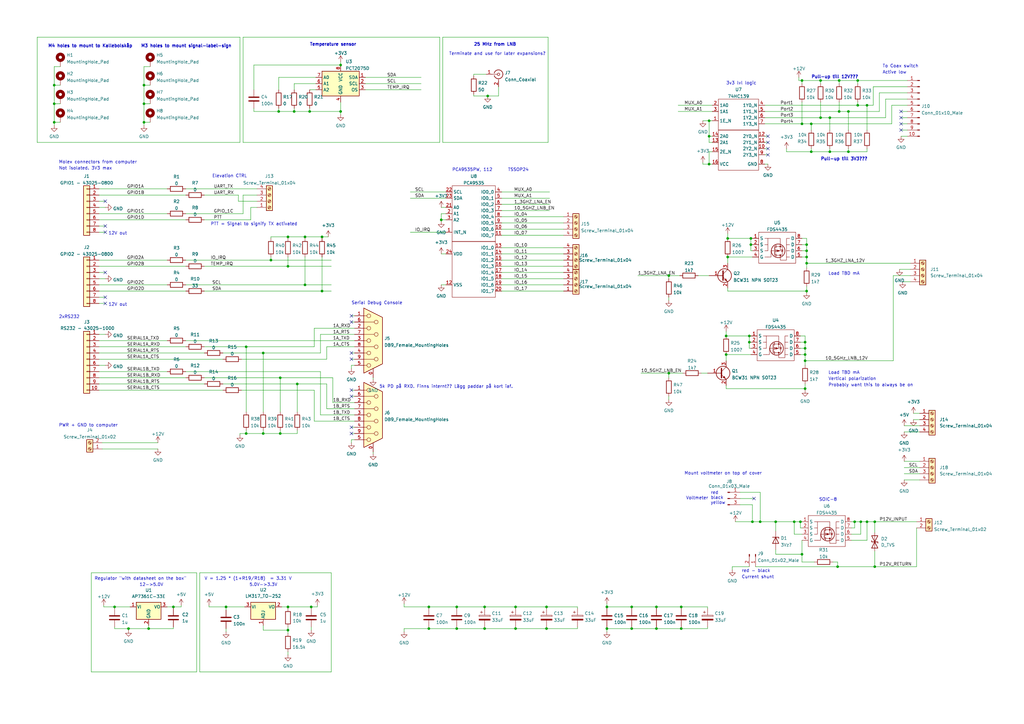
<source format=kicad_sch>
(kicad_sch (version 20211123) (generator eeschema)
  (paper "A3")
  (title_block (title "Kallebol-fanout-board") (date "2022-04-02") (rev "1") (company "SK6AB") (comment 1 "SA6JKK"))
  (junction (at 307.34 137.795))
  (junction (at 311.785 213.995))
  (junction (at 355.6 213.995))
  (junction (at 344.17 33.02))
  (junction (at 330.835 102.87))
  (junction (at 297.815 145.415))
  (junction (at 46.99 248.92))
  (junction (at 259.08 257.81))
  (junction (at 332.74 50.8))
  (junction (at 344.17 45.72))
  (junction (at 297.815 137.795))
  (junction (at 111.125 106.68))
  (junction (at 290.83 55.88))
  (junction (at 330.2 145.415))
  (junction (at 59.055 50.165))
  (junction (at 224.155 257.81))
  (junction (at 343.535 232.41))
  (junction (at 139.7 26.67))
  (junction (at 132.08 97.155))
  (junction (at 114.935 154.94))
  (junction (at 308.61 213.995))
  (junction (at 125.095 97.155))
  (junction (at 336.55 48.26))
  (junction (at 336.55 33.02))
  (junction (at 92.71 248.92))
  (junction (at 328.295 213.995))
  (junction (at 71.12 248.92))
  (junction (at 355.6 43.18))
  (junction (at 350.52 213.995))
  (junction (at 211.455 248.92))
  (junction (at 330.835 119.38))
  (junction (at 180.975 90.17))
  (junction (at 224.155 248.92))
  (junction (at 121.92 157.48))
  (junction (at 269.24 257.81))
  (junction (at 187.325 248.92))
  (junction (at 175.895 257.81))
  (junction (at 307.975 100.33))
  (junction (at 127.635 248.92))
  (junction (at 107.95 177.8))
  (junction (at 200.025 39.37))
  (junction (at 328.93 227.33))
  (junction (at 318.135 213.995))
  (junction (at 330.835 105.41))
  (junction (at 248.92 248.92))
  (junction (at 330.2 140.335))
  (junction (at 259.08 248.92))
  (junction (at 351.79 33.02))
  (junction (at 118.11 109.22))
  (junction (at 125.095 116.84))
  (junction (at 279.4 257.81))
  (junction (at 328.93 50.8))
  (junction (at 175.895 248.92))
  (junction (at 347.98 45.72))
  (junction (at 118.11 248.92))
  (junction (at 120.65 45.72))
  (junction (at 330.835 100.33))
  (junction (at 358.775 213.995))
  (junction (at 330.2 142.875))
  (junction (at 60.96 257.81))
  (junction (at 22.225 34.925))
  (junction (at 59.055 34.925))
  (junction (at 330.2 159.385))
  (junction (at 22.225 50.165))
  (junction (at 290.83 49.53))
  (junction (at 100.965 142.24))
  (junction (at 330.2 147.955))
  (junction (at 274.32 113.03))
  (junction (at 332.74 62.23))
  (junction (at 22.225 42.545))
  (junction (at 211.455 257.81))
  (junction (at 187.325 257.81))
  (junction (at 353.06 213.995))
  (junction (at 347.98 62.23))
  (junction (at 127 45.72))
  (junction (at 100.965 177.8))
  (junction (at 325.755 213.995))
  (junction (at 114.935 177.8))
  (junction (at 198.755 248.92))
  (junction (at 330.835 107.95))
  (junction (at 59.055 42.545))
  (junction (at 139.7 45.72))
  (junction (at 248.92 257.81))
  (junction (at 274.32 153.035))
  (junction (at 298.45 97.79))
  (junction (at 358.775 232.41))
  (junction (at 340.36 62.23))
  (junction (at 118.11 258.445))
  (junction (at 351.79 43.18))
  (junction (at 298.45 105.41))
  (junction (at 198.755 257.81))
  (junction (at 290.83 67.31))
  (junction (at 328.93 33.02))
  (junction (at 114.3 45.72))
  (junction (at 52.705 257.81))
  (junction (at 340.36 48.26))
  (junction (at 107.95 144.78))
  (junction (at 307.975 97.79))
  (junction (at 279.4 248.92))
  (junction (at 307.34 140.335))
  (junction (at 132.08 119.38))
  (junction (at 269.24 248.92))
  (junction (at 118.11 97.155))
  (no_connect (at 144.145 160.02))
  (no_connect (at 309.245 204.47))
  (no_connect (at 43.18 124.46))
  (no_connect (at 144.145 162.56))
  (no_connect (at 144.145 129.54))
  (no_connect (at 144.145 132.08))
  (no_connect (at 144.145 144.78))
  (no_connect (at 144.145 147.32))
  (no_connect (at 144.145 175.26))
  (no_connect (at 144.145 177.8))
  (no_connect (at 43.18 111.76))
  (no_connect (at 43.18 121.92))
  (no_connect (at 314.96 60.96))
  (no_connect (at 314.96 58.42))
  (no_connect (at 314.96 55.88))
  (no_connect (at 314.96 63.5))
  (no_connect (at 369.57 45.72))
  (no_connect (at 369.57 50.8))
  (no_connect (at 369.57 53.34))
  (no_connect (at 369.57 48.26))
  (no_connect (at 43.18 95.25))
  (no_connect (at 43.18 92.71))
  (no_connect (at 43.18 82.55))
  (wire (pts (xy 298.45 95.885) (xy 298.45 97.79)))
  (wire (pts (xy 369.57 53.34) (xy 372.11 53.34)))
  (wire (pts (xy 118.11 97.155) (xy 125.095 97.155)))
  (wire (pts (xy 330.835 107.95) (xy 330.835 109.855)))
  (wire (pts (xy 80.645 234.95) (xy 80.645 275.59)))
  (wire (pts (xy 40.64 144.78) (xy 83.82 144.78)))
  (wire (pts (xy 328.295 140.335) (xy 330.2 140.335)))
  (wire (pts (xy 298.45 119.38) (xy 330.835 119.38)))
  (wire (pts (xy 360.68 38.1) (xy 360.68 45.72)))
  (wire (pts (xy 328.295 216.535) (xy 328.93 216.535)))
  (wire (pts (xy 269.24 257.175) (xy 269.24 257.81)))
  (wire (pts (xy 139.7 45.72) (xy 139.7 46.99)))
  (wire (pts (xy 59.055 34.925) (xy 59.055 27.305)))
  (wire (pts (xy 300.355 232.41) (xy 307.34 232.41)))
  (wire (pts (xy 99.695 15.24) (xy 99.695 58.42)))
  (wire (pts (xy 125.095 97.155) (xy 125.095 97.79)))
  (wire (pts (xy 374.65 172.085) (xy 377.19 172.085)))
  (wire (pts (xy 200.025 39.37) (xy 204.47 39.37)))
  (wire (pts (xy 144.145 162.56) (xy 145.415 162.56)))
  (wire (pts (xy 274.32 113.03) (xy 278.765 113.03)))
  (wire (pts (xy 127 45.72) (xy 139.7 45.72)))
  (wire (pts (xy 59.055 42.545) (xy 61.595 42.545)))
  (wire (pts (xy 115.57 248.92) (xy 118.11 248.92)))
  (wire (pts (xy 363.22 40.64) (xy 363.22 48.26)))
  (wire (pts (xy 350.52 216.535) (xy 350.52 213.995)))
  (wire (pts (xy 328.93 221.615) (xy 328.93 227.33)))
  (wire (pts (xy 347.98 62.23) (xy 355.6 62.23)))
  (wire (pts (xy 130.175 248.285) (xy 130.175 248.92)))
  (wire (pts (xy 114.3 44.45) (xy 114.3 45.72)))
  (wire (pts (xy 118.11 248.92) (xy 118.11 249.555)))
  (wire (pts (xy 274.32 121.92) (xy 274.32 123.19)))
  (wire (pts (xy 340.36 48.26) (xy 363.22 48.26)))
  (wire (pts (xy 127.635 248.92) (xy 127.635 249.555)))
  (wire (pts (xy 211.455 248.92) (xy 224.155 248.92)))
  (wire (pts (xy 269.24 257.81) (xy 279.4 257.81)))
  (wire (pts (xy 328.295 142.875) (xy 330.2 142.875)))
  (wire (pts (xy 205.74 106.68) (xy 231.14 106.68)))
  (wire (pts (xy 290.83 55.88) (xy 292.1 55.88)))
  (wire (pts (xy 340.36 62.23) (xy 347.98 62.23)))
  (wire (pts (xy 40.64 116.84) (xy 68.58 116.84)))
  (wire (pts (xy 259.08 257.81) (xy 259.08 257.175)))
  (wire (pts (xy 347.98 45.72) (xy 360.68 45.72)))
  (wire (pts (xy 330.835 102.87) (xy 330.835 105.41)))
  (wire (pts (xy 351.79 34.29) (xy 351.79 33.02)))
  (wire (pts (xy 330.835 107.95) (xy 373.38 107.95)))
  (wire (pts (xy 153.035 185.42) (xy 153.035 186.055)))
  (wire (pts (xy 205.74 119.38) (xy 231.14 119.38)))
  (wire (pts (xy 22.225 27.305) (xy 24.765 27.305)))
  (wire (pts (xy 269.24 248.92) (xy 279.4 248.92)))
  (wire (pts (xy 311.785 201.93) (xy 311.785 213.995)))
  (wire (pts (xy 129.54 34.29) (xy 120.65 34.29)))
  (wire (pts (xy 71.12 257.175) (xy 71.12 257.81)))
  (wire (pts (xy 205.74 86.36) (xy 225.425 86.36)))
  (wire (pts (xy 107.95 177.8) (xy 114.935 177.8)))
  (wire (pts (xy 114.935 177.8) (xy 121.92 177.8)))
  (wire (pts (xy 205.74 83.82) (xy 225.425 83.82)))
  (wire (pts (xy 288.29 66.675) (xy 288.29 67.31)))
  (wire (pts (xy 349.25 216.535) (xy 350.52 216.535)))
  (wire (pts (xy 165.735 247.65) (xy 165.735 248.92)))
  (wire (pts (xy 168.275 95.25) (xy 182.88 95.25)))
  (wire (pts (xy 104.14 26.67) (xy 104.14 36.83)))
  (wire (pts (xy 187.325 248.92) (xy 187.325 249.555)))
  (wire (pts (xy 111.125 97.155) (xy 111.125 97.79)))
  (wire (pts (xy 76.2 87.63) (xy 99.695 87.63)))
  (wire (pts (xy 313.69 63.5) (xy 314.96 63.5)))
  (wire (pts (xy 168.275 78.74) (xy 182.88 78.74)))
  (wire (pts (xy 327.66 33.02) (xy 328.93 33.02)))
  (wire (pts (xy 180.975 104.14) (xy 182.88 104.14)))
  (wire (pts (xy 104.14 45.72) (xy 114.3 45.72)))
  (wire (pts (xy 248.92 257.81) (xy 259.08 257.81)))
  (wire (pts (xy 100.965 176.53) (xy 100.965 177.8)))
  (wire (pts (xy 368.935 110.49) (xy 373.38 110.49)))
  (wire (pts (xy 22.225 34.925) (xy 22.225 27.305)))
  (wire (pts (xy 330.835 100.33) (xy 330.835 102.87)))
  (wire (pts (xy 307.34 140.335) (xy 307.34 137.795)))
  (wire (pts (xy 313.69 55.88) (xy 314.96 55.88)))
  (wire (pts (xy 40.64 111.76) (xy 43.18 111.76)))
  (wire (pts (xy 332.74 50.8) (xy 365.76 50.8)))
  (wire (pts (xy 318.135 227.33) (xy 328.93 227.33)))
  (wire (pts (xy 40.64 152.4) (xy 68.58 152.4)))
  (wire (pts (xy 168.275 81.28) (xy 182.88 81.28)))
  (wire (pts (xy 107.95 256.54) (xy 107.95 258.445)))
  (wire (pts (xy 22.225 34.925) (xy 24.765 34.925)))
  (wire (pts (xy 308.61 213.995) (xy 311.785 213.995)))
  (wire (pts (xy 344.17 33.02) (xy 351.79 33.02)))
  (wire (pts (xy 145.415 170.18) (xy 131.445 170.18)))
  (wire (pts (xy 59.055 42.545) (xy 59.055 34.925)))
  (wire (pts (xy 309.88 232.41) (xy 343.535 232.41)))
  (wire (pts (xy 224.155 248.92) (xy 236.855 248.92)))
  (wire (pts (xy 100.965 177.8) (xy 107.95 177.8)))
  (wire (pts (xy 205.74 111.76) (xy 231.14 111.76)))
  (wire (pts (xy 59.055 27.305) (xy 61.595 27.305)))
  (wire (pts (xy 83.82 109.22) (xy 118.11 109.22)))
  (wire (pts (xy 274.32 113.03) (xy 274.32 114.3)))
  (wire (pts (xy 100.965 177.8) (xy 98.425 177.8)))
  (wire (pts (xy 194.31 31.115) (xy 194.31 30.48)))
  (wire (pts (xy 81.915 234.95) (xy 81.915 275.59)))
  (wire (pts (xy 332.74 50.8) (xy 332.74 53.34)))
  (wire (pts (xy 98.425 177.8) (xy 98.425 178.435)))
  (wire (pts (xy 118.11 248.92) (xy 127.635 248.92)))
  (wire (pts (xy 211.455 257.81) (xy 224.155 257.81)))
  (wire (pts (xy 144.145 181.61) (xy 144.145 180.34)))
  (wire (pts (xy 347.98 45.72) (xy 347.98 53.34)))
  (wire (pts (xy 92.71 257.81) (xy 92.71 259.08)))
  (wire (pts (xy 344.17 45.72) (xy 344.17 41.91)))
  (wire (pts (xy 187.325 257.81) (xy 198.755 257.81)))
  (wire (pts (xy 99.695 15.24) (xy 180.34 15.24)))
  (wire (pts (xy 205.74 101.6) (xy 231.14 101.6)))
  (wire (pts (xy 133.985 147.32) (xy 133.985 142.24)))
  (wire (pts (xy 351.79 43.18) (xy 355.6 43.18)))
  (wire (pts (xy 279.4 248.92) (xy 279.4 249.555)))
  (wire (pts (xy 313.69 45.72) (xy 344.17 45.72)))
  (wire (pts (xy 287.655 153.035) (xy 290.195 153.035)))
  (wire (pts (xy 290.83 49.53) (xy 290.83 55.88)))
  (wire (pts (xy 22.225 42.545) (xy 24.765 42.545)))
  (wire (pts (xy 297.815 145.415) (xy 297.815 147.955)))
  (wire (pts (xy 308.61 100.33) (xy 307.975 100.33)))
  (wire (pts (xy 144.145 144.78) (xy 145.415 144.78)))
  (wire (pts (xy 370.84 194.31) (xy 377.19 194.31)))
  (wire (pts (xy 40.64 114.3) (xy 43.18 114.3)))
  (wire (pts (xy 105.41 82.55) (xy 97.79 82.55)))
  (wire (pts (xy 262.89 153.035) (xy 274.32 153.035)))
  (wire (pts (xy 349.25 213.995) (xy 350.52 213.995)))
  (wire (pts (xy 375.92 232.41) (xy 375.92 216.535)))
  (wire (pts (xy 343.535 232.41) (xy 358.775 232.41)))
  (wire (pts (xy 307.975 100.33) (xy 307.975 97.79)))
  (wire (pts (xy 336.55 48.26) (xy 340.36 48.26)))
  (wire (pts (xy 74.295 248.285) (xy 74.295 248.92)))
  (wire (pts (xy 327.66 31.75) (xy 327.66 33.02)))
  (wire (pts (xy 205.74 116.84) (xy 231.14 116.84)))
  (wire (pts (xy 40.64 92.71) (xy 43.18 92.71)))
  (wire (pts (xy 71.12 248.92) (xy 71.12 249.555)))
  (wire (pts (xy 15.24 58.42) (xy 98.425 58.42)))
  (wire (pts (xy 205.74 91.44) (xy 231.14 91.44)))
  (wire (pts (xy 165.735 248.92) (xy 175.895 248.92)))
  (wire (pts (xy 40.64 121.92) (xy 43.18 121.92)))
  (wire (pts (xy 355.6 213.995) (xy 358.775 213.995)))
  (wire (pts (xy 175.895 257.81) (xy 175.895 257.175)))
  (wire (pts (xy 336.55 48.26) (xy 336.55 41.91)))
  (wire (pts (xy 349.25 221.615) (xy 355.6 221.615)))
  (wire (pts (xy 187.325 257.175) (xy 187.325 257.81)))
  (wire (pts (xy 358.14 35.56) (xy 358.14 43.18)))
  (wire (pts (xy 332.74 60.96) (xy 332.74 62.23)))
  (wire (pts (xy 278.13 43.18) (xy 292.1 43.18)))
  (wire (pts (xy 104.14 44.45) (xy 104.14 45.72)))
  (wire (pts (xy 165.735 257.81) (xy 175.895 257.81)))
  (wire (pts (xy 313.69 60.96) (xy 314.96 60.96)))
  (wire (pts (xy 99.695 80.01) (xy 99.695 87.63)))
  (wire (pts (xy 125.095 105.41) (xy 125.095 116.84)))
  (wire (pts (xy 288.29 67.31) (xy 290.83 67.31)))
  (wire (pts (xy 301.625 213.995) (xy 308.61 213.995)))
  (wire (pts (xy 224.79 58.42) (xy 224.79 15.24)))
  (wire (pts (xy 330.2 137.795) (xy 330.2 140.335)))
  (wire (pts (xy 83.82 154.94) (xy 114.935 154.94)))
  (wire (pts (xy 83.82 90.17) (xy 102.87 90.17)))
  (wire (pts (xy 297.815 159.385) (xy 330.2 159.385)))
  (wire (pts (xy 125.095 116.84) (xy 135.89 116.84)))
  (wire (pts (xy 111.125 105.41) (xy 111.125 106.68)))
  (wire (pts (xy 111.125 106.68) (xy 135.89 106.68)))
  (wire (pts (xy 181.61 58.42) (xy 224.79 58.42)))
  (wire (pts (xy 125.095 97.155) (xy 132.08 97.155)))
  (wire (pts (xy 360.68 38.1) (xy 372.11 38.1)))
  (wire (pts (xy 121.92 157.48) (xy 133.985 157.48)))
  (wire (pts (xy 198.755 257.81) (xy 198.755 257.175)))
  (wire (pts (xy 175.895 257.81) (xy 187.325 257.81)))
  (wire (pts (xy 153.035 154.94) (xy 153.035 155.575)))
  (wire (pts (xy 318.135 225.425) (xy 318.135 227.33)))
  (wire (pts (xy 274.32 162.56) (xy 274.32 163.83)))
  (wire (pts (xy 40.64 95.25) (xy 43.18 95.25)))
  (wire (pts (xy 318.135 213.995) (xy 325.755 213.995)))
  (wire (pts (xy 107.95 258.445) (xy 118.11 258.445)))
  (wire (pts (xy 114.3 31.75) (xy 129.54 31.75)))
  (wire (pts (xy 349.25 219.075) (xy 353.06 219.075)))
  (wire (pts (xy 80.645 275.59) (xy 37.465 275.59)))
  (wire (pts (xy 347.98 62.23) (xy 347.98 60.96)))
  (wire (pts (xy 328.93 41.91) (xy 328.93 50.8)))
  (wire (pts (xy 120.65 45.72) (xy 127 45.72)))
  (wire (pts (xy 298.45 118.11) (xy 298.45 119.38)))
  (wire (pts (xy 370.84 191.77) (xy 377.19 191.77)))
  (wire (pts (xy 40.64 154.94) (xy 76.2 154.94)))
  (wire (pts (xy 297.815 135.89) (xy 297.815 137.795)))
  (wire (pts (xy 99.06 147.32) (xy 133.985 147.32)))
  (wire (pts (xy 366.395 113.03) (xy 366.395 147.955)))
  (wire (pts (xy 194.31 39.37) (xy 200.025 39.37)))
  (wire (pts (xy 303.53 207.01) (xy 308.61 207.01)))
  (wire (pts (xy 224.155 257.81) (xy 236.855 257.81)))
  (wire (pts (xy 99.695 58.42) (xy 180.34 58.42)))
  (wire (pts (xy 107.95 177.8) (xy 107.95 176.53)))
  (wire (pts (xy 303.53 204.47) (xy 309.245 204.47)))
  (wire (pts (xy 369.57 55.88) (xy 372.11 55.88)))
  (wire (pts (xy 85.725 248.285) (xy 85.725 248.92)))
  (wire (pts (xy 307.34 137.795) (xy 307.975 137.795)))
  (wire (pts (xy 118.11 105.41) (xy 118.11 109.22)))
  (wire (pts (xy 59.055 50.165) (xy 59.055 42.545)))
  (wire (pts (xy 40.64 80.01) (xy 76.2 80.01)))
  (wire (pts (xy 40.64 160.02) (xy 91.44 160.02)))
  (wire (pts (xy 24.765 50.165) (xy 22.225 50.165)))
  (wire (pts (xy 175.895 249.555) (xy 175.895 248.92)))
  (wire (pts (xy 144.145 129.54) (xy 145.415 129.54)))
  (wire (pts (xy 40.64 142.24) (xy 76.2 142.24)))
  (wire (pts (xy 135.89 234.95) (xy 135.89 275.59)))
  (wire (pts (xy 107.95 144.78) (xy 131.445 144.78)))
  (wire (pts (xy 336.55 33.02) (xy 328.93 33.02)))
  (wire (pts (xy 205.74 93.98) (xy 231.14 93.98)))
  (wire (pts (xy 180.975 116.84) (xy 182.88 116.84)))
  (wire (pts (xy 111.125 97.155) (xy 118.11 97.155)))
  (wire (pts (xy 60.96 257.81) (xy 60.96 256.54)))
  (wire (pts (xy 118.11 109.22) (xy 135.89 109.22)))
  (wire (pts (xy 102.87 85.09) (xy 102.87 90.17)))
  (wire (pts (xy 76.2 139.7) (xy 145.415 139.7)))
  (wire (pts (xy 355.6 43.18) (xy 358.14 43.18)))
  (wire (pts (xy 340.36 60.96) (xy 340.36 62.23)))
  (wire (pts (xy 120.65 45.72) (xy 120.65 44.45)))
  (wire (pts (xy 298.45 105.41) (xy 298.45 107.95)))
  (wire (pts (xy 40.64 149.86) (xy 43.18 149.86)))
  (wire (pts (xy 42.545 248.92) (xy 42.545 248.285)))
  (wire (pts (xy 307.34 142.875) (xy 307.34 140.335)))
  (wire (pts (xy 100.965 142.24) (xy 100.965 168.91)))
  (wire (pts (xy 118.11 257.175) (xy 118.11 258.445)))
  (wire (pts (xy 330.835 117.475) (xy 330.835 119.38)))
  (wire (pts (xy 132.08 97.79) (xy 132.08 97.155)))
  (wire (pts (xy 261.62 113.03) (xy 274.32 113.03)))
  (wire (pts (xy 114.935 154.94) (xy 114.935 168.91)))
  (wire (pts (xy 211.455 249.555) (xy 211.455 248.92)))
  (wire (pts (xy 99.695 80.01) (xy 105.41 80.01)))
  (wire (pts (xy 40.64 139.7) (xy 68.58 139.7)))
  (wire (pts (xy 370.84 177.165) (xy 377.19 177.165)))
  (wire (pts (xy 205.74 81.28) (xy 225.425 81.28)))
  (wire (pts (xy 313.69 50.8) (xy 328.93 50.8)))
  (wire (pts (xy 307.975 142.875) (xy 307.34 142.875)))
  (wire (pts (xy 118.11 267.335) (xy 118.11 268.605)))
  (wire (pts (xy 114.935 154.94) (xy 136.525 154.94)))
  (wire (pts (xy 322.58 60.96) (xy 322.58 62.23)))
  (wire (pts (xy 175.895 248.92) (xy 187.325 248.92)))
  (wire (pts (xy 358.775 232.41) (xy 375.92 232.41)))
  (wire (pts (xy 328.93 97.79) (xy 330.835 97.79)))
  (wire (pts (xy 114.935 177.8) (xy 114.935 176.53)))
  (wire (pts (xy 83.82 119.38) (xy 132.08 119.38)))
  (wire (pts (xy 341.63 230.505) (xy 343.535 230.505)))
  (wire (pts (xy 370.84 196.85) (xy 377.19 196.85)))
  (wire (pts (xy 59.055 50.165) (xy 59.055 51.435)))
  (wire (pts (xy 104.14 26.67) (xy 139.7 26.67)))
  (wire (pts (xy 128.905 134.62) (xy 145.415 134.62)))
  (wire (pts (xy 205.74 96.52) (xy 231.14 96.52)))
  (wire (pts (xy 248.92 257.81) (xy 248.92 259.08)))
  (wire (pts (xy 22.225 50.165) (xy 22.225 42.545)))
  (wire (pts (xy 40.64 137.16) (xy 43.18 137.16)))
  (wire (pts (xy 279.4 257.81) (xy 290.195 257.81)))
  (wire (pts (xy 46.99 248.92) (xy 46.99 249.555)))
  (wire (pts (xy 328.93 102.87) (xy 330.835 102.87)))
  (wire (pts (xy 132.08 97.155) (xy 134.62 97.155)))
  (wire (pts (xy 307.975 97.79) (xy 308.61 97.79)))
  (wire (pts (xy 298.45 97.79) (xy 307.975 97.79)))
  (wire (pts (xy 180.34 15.24) (xy 180.34 58.42)))
  (wire (pts (xy 248.92 257.175) (xy 248.92 257.81)))
  (wire (pts (xy 149.86 36.83) (xy 172.72 36.83)))
  (wire (pts (xy 351.79 43.18) (xy 351.79 41.91)))
  (wire (pts (xy 274.32 153.035) (xy 274.32 154.94)))
  (wire (pts (xy 369.57 50.8) (xy 372.11 50.8)))
  (wire (pts (xy 286.385 113.03) (xy 290.83 113.03)))
  (wire (pts (xy 366.395 113.03) (xy 373.38 113.03)))
  (wire (pts (xy 205.74 78.74) (xy 225.425 78.74)))
  (wire (pts (xy 353.06 219.075) (xy 353.06 213.995)))
  (wire (pts (xy 182.88 87.63) (xy 180.975 87.63)))
  (wire (pts (xy 76.2 116.84) (xy 125.095 116.84)))
  (wire (pts (xy 248.92 247.65) (xy 248.92 248.92)))
  (wire (pts (xy 98.425 15.24) (xy 15.24 15.24)))
  (wire (pts (xy 330.2 145.415) (xy 330.2 147.955)))
  (wire (pts (xy 37.465 234.95) (xy 37.465 275.59)))
  (wire (pts (xy 330.835 97.79) (xy 330.835 100.33)))
  (wire (pts (xy 40.64 147.32) (xy 91.44 147.32)))
  (wire (pts (xy 351.79 33.02) (xy 372.11 33.02)))
  (wire (pts (xy 297.815 145.415) (xy 307.975 145.415)))
  (wire (pts (xy 194.31 38.735) (xy 194.31 39.37)))
  (wire (pts (xy 61.595 50.165) (xy 59.055 50.165)))
  (wire (pts (xy 236.855 249.555) (xy 236.855 248.92)))
  (wire (pts (xy 313.69 48.26) (xy 336.55 48.26)))
  (wire (pts (xy 127 45.72) (xy 127 44.45)))
  (wire (pts (xy 40.64 90.17) (xy 76.2 90.17)))
  (wire (pts (xy 59.055 34.925) (xy 61.595 34.925)))
  (wire (pts (xy 181.61 15.24) (xy 181.61 58.42)))
  (wire (pts (xy 330.2 142.875) (xy 330.2 145.415)))
  (wire (pts (xy 133.985 142.24) (xy 145.415 142.24)))
  (wire (pts (xy 40.64 124.46) (xy 43.18 124.46)))
  (wire (pts (xy 22.225 50.165) (xy 22.225 51.435)))
  (wire (pts (xy 325.755 213.995) (xy 328.295 213.995)))
  (wire (pts (xy 144.145 175.26) (xy 145.415 175.26)))
  (wire (pts (xy 332.74 62.23) (xy 340.36 62.23)))
  (wire (pts (xy 149.86 31.75) (xy 172.72 31.75)))
  (wire (pts (xy 358.775 213.995) (xy 358.775 218.44)))
  (wire (pts (xy 358.775 213.995) (xy 375.92 213.995)))
  (wire (pts (xy 307.975 102.87) (xy 307.975 100.33)))
  (wire (pts (xy 144.145 180.34) (xy 145.415 180.34)))
  (wire (pts (xy 374.65 169.545) (xy 377.19 169.545)))
  (wire (pts (xy 53.34 248.92) (xy 46.99 248.92)))
  (wire (pts (xy 330.2 157.48) (xy 330.2 159.385)))
  (wire (pts (xy 71.12 248.92) (xy 74.295 248.92)))
  (wire (pts (xy 322.58 62.23) (xy 332.74 62.23)))
  (wire (pts (xy 313.69 43.18) (xy 351.79 43.18)))
  (wire (pts (xy 248.92 248.92) (xy 248.92 249.555)))
  (wire (pts (xy 211.455 257.81) (xy 211.455 257.175)))
  (wire (pts (xy 40.64 109.22) (xy 76.2 109.22)))
  (wire (pts (xy 132.08 105.41) (xy 132.08 119.38)))
  (wire (pts (xy 328.93 105.41) (xy 330.835 105.41)))
  (wire (pts (xy 278.13 45.72) (xy 292.1 45.72)))
  (wire (pts (xy 290.83 58.42) (xy 290.83 55.88)))
  (wire (pts (xy 224.155 257.81) (xy 224.155 257.175)))
  (wire (pts (xy 205.74 109.22) (xy 231.14 109.22)))
  (wire (pts (xy 328.93 50.8) (xy 332.74 50.8)))
  (wire (pts (xy 133.985 167.64) (xy 133.985 157.48)))
  (wire (pts (xy 194.31 30.48) (xy 199.39 30.48)))
  (wire (pts (xy 292.1 62.23) (xy 290.83 62.23)))
  (wire (pts (xy 325.755 219.075) (xy 325.755 213.995)))
  (wire (pts (xy 350.52 213.995) (xy 353.06 213.995)))
  (wire (pts (xy 81.915 234.95) (xy 135.89 234.95)))
  (wire (pts (xy 92.71 248.92) (xy 100.33 248.92)))
  (wire (pts (xy 269.24 248.92) (xy 259.08 248.92)))
  (wire (pts (xy 76.2 152.4) (xy 131.445 152.4)))
  (wire (pts (xy 205.74 104.14) (xy 231.14 104.14)))
  (wire (pts (xy 128.905 160.02) (xy 128.905 172.72)))
  (wire (pts (xy 290.83 67.31) (xy 292.1 67.31)))
  (wire (pts (xy 180.975 85.09) (xy 182.88 85.09)))
  (wire (pts (xy 328.93 100.33) (xy 330.835 100.33)))
  (wire (pts (xy 370.84 189.23) (xy 377.19 189.23)))
  (wire (pts (xy 318.135 213.995) (xy 318.135 217.805)))
  (wire (pts (xy 40.64 119.38) (xy 76.2 119.38)))
  (wire (pts (xy 180.975 87.63) (xy 180.975 90.17)))
  (wire (pts (xy 313.69 58.42) (xy 314.96 58.42)))
  (wire (pts (xy 328.295 216.535) (xy 328.295 213.995)))
  (wire (pts (xy 290.83 49.53) (xy 292.1 49.53)))
  (wire (pts (xy 259.08 249.555) (xy 259.08 248.92)))
  (wire (pts (xy 274.32 153.035) (xy 280.035 153.035)))
  (wire (pts (xy 297.815 137.795) (xy 307.34 137.795)))
  (wire (pts (xy 76.2 77.47) (xy 105.41 77.47)))
  (wire (pts (xy 279.4 248.92) (xy 290.195 248.92)))
  (wire (pts (xy 330.2 147.955) (xy 366.395 147.955)))
  (wire (pts (xy 358.775 226.06) (xy 358.775 232.41)))
  (wire (pts (xy 145.415 167.64) (xy 133.985 167.64)))
  (wire (pts (xy 290.195 249.555) (xy 290.195 248.92)))
  (wire (pts (xy 279.4 257.175) (xy 279.4 257.81)))
  (wire (pts (xy 369.57 48.26) (xy 372.11 48.26)))
  (wire (pts (xy 344.17 45.72) (xy 347.98 45.72)))
  (wire (pts (xy 15.24 15.24) (xy 15.24 58.42)))
  (wire (pts (xy 105.41 85.09) (xy 102.87 85.09)))
  (wire (pts (xy 290.83 62.23) (xy 290.83 67.31)))
  (wire (pts (xy 330.2 140.335) (xy 330.2 142.875)))
  (wire (pts (xy 107.95 144.78) (xy 107.95 168.91)))
  (wire (pts (xy 328.93 33.02) (xy 328.93 34.29)))
  (wire (pts (xy 365.76 43.18) (xy 372.11 43.18)))
  (wire (pts (xy 328.295 145.415) (xy 330.2 145.415)))
  (wire (pts (xy 343.535 230.505) (xy 343.535 232.41)))
  (wire (pts (xy 52.705 257.81) (xy 60.96 257.81)))
  (wire (pts (xy 128.905 172.72) (xy 145.415 172.72)))
  (wire (pts (xy 205.74 114.3) (xy 231.14 114.3)))
  (wire (pts (xy 181.61 15.24) (xy 224.79 15.24)))
  (wire (pts (xy 187.325 248.92) (xy 198.755 248.92)))
  (wire (pts (xy 91.44 157.48) (xy 121.92 157.48)))
  (wire (pts (xy 46.99 257.175) (xy 46.99 257.81)))
  (wire (pts (xy 118.11 97.155) (xy 118.11 97.79)))
  (wire (pts (xy 131.445 137.16) (xy 145.415 137.16)))
  (wire (pts (xy 127.635 257.175) (xy 127.635 258.445)))
  (wire (pts (xy 180.975 90.17) (xy 182.88 90.17)))
  (wire (pts (xy 92.71 248.92) (xy 92.71 250.19)))
  (wire (pts (xy 198.755 248.92) (xy 211.455 248.92)))
  (wire (pts (xy 127 36.83) (xy 129.54 36.83)))
  (wire (pts (xy 180.975 90.805) (xy 180.975 90.17)))
  (wire (pts (xy 328.93 230.505) (xy 334.01 230.505)))
  (wire (pts (xy 308.61 102.87) (xy 307.975 102.87)))
  (wire (pts (xy 131.445 144.78) (xy 131.445 137.16)))
  (wire (pts (xy 83.82 142.24) (xy 100.965 142.24)))
  (wire (pts (xy 40.64 106.68) (xy 68.58 106.68)))
  (wire (pts (xy 307.975 140.335) (xy 307.34 140.335)))
  (wire (pts (xy 308.61 207.01) (xy 308.61 213.995)))
  (wire (pts (xy 363.22 40.64) (xy 372.11 40.64)))
  (wire (pts (xy 224.155 249.555) (xy 224.155 248.92)))
  (wire (pts (xy 136.525 165.1) (xy 136.525 154.94)))
  (wire (pts (xy 369.57 45.72) (xy 372.11 45.72)))
  (wire (pts (xy 139.7 25.4) (xy 139.7 26.67)))
  (wire (pts (xy 330.835 119.38) (xy 330.835 120.015)))
  (wire (pts (xy 292.1 58.42) (xy 290.83 58.42)))
  (wire (pts (xy 118.11 258.445) (xy 118.11 259.715)))
  (wire (pts (xy 269.24 257.81) (xy 259.08 257.81)))
  (wire (pts (xy 131.445 170.18) (xy 131.445 152.4)))
  (wire (pts (xy 144.145 151.13) (xy 144.145 149.86)))
  (wire (pts (xy 165.735 257.81) (xy 165.735 259.08)))
  (wire (pts (xy 144.145 177.8) (xy 145.415 177.8)))
  (wire (pts (xy 121.92 177.8) (xy 121.92 176.53)))
  (wire (pts (xy 330.2 147.955) (xy 330.2 149.86)))
  (wire (pts (xy 300.355 233.68) (xy 300.355 232.41)))
  (wire (pts (xy 91.44 144.78) (xy 107.95 144.78)))
  (wire (pts (xy 298.45 105.41) (xy 308.61 105.41)))
  (wire (pts (xy 100.965 142.24) (xy 128.905 142.24)))
  (wire (pts (xy 330.2 159.385) (xy 330.2 160.02)))
  (wire (pts (xy 259.08 248.92) (xy 248.92 248.92)))
  (wire (pts (xy 139.7 41.91) (xy 139.7 45.72)))
  (wire (pts (xy 290.195 257.81) (xy 290.195 257.175)))
  (wire (pts (xy 353.06 213.995) (xy 355.6 213.995)))
  (wire (pts (xy 344.17 33.02) (xy 336.55 33.02)))
  (wire (pts (xy 68.58 248.92) (xy 71.12 248.92)))
  (wire (pts (xy 370.205 115.57) (xy 373.38 115.57)))
  (wire (pts (xy 358.14 35.56) (xy 372.11 35.56)))
  (wire (pts (xy 41.91 181.61) (xy 64.77 181.61)))
  (wire (pts (xy 355.6 221.615) (xy 355.6 213.995)))
  (wire (pts (xy 85.725 248.92) (xy 92.71 248.92)))
  (wire (pts (xy 98.425 58.42) (xy 98.425 15.24)))
  (wire (pts (xy 40.64 82.55) (xy 43.18 82.55)))
  (wire (pts (xy 135.89 275.59) (xy 81.915 275.59)))
  (wire (pts (xy 76.2 106.68) (xy 111.125 106.68)))
  (wire (pts (xy 114.3 36.83) (xy 114.3 31.75)))
  (wire (pts (xy 303.53 201.93) (xy 311.785 201.93)))
  (wire (pts (xy 204.47 35.56) (xy 204.47 39.37)))
  (wire (pts (xy 344.17 34.29) (xy 344.17 33.02)))
  (wire (pts (xy 288.29 49.53) (xy 290.83 49.53)))
  (wire (pts (xy 365.76 43.18) (xy 365.76 50.8)))
  (wire (pts (xy 340.36 48.26) (xy 340.36 53.34)))
  (wire (pts (xy 198.755 257.81) (xy 211.455 257.81)))
  (wire (pts (xy 355.6 43.18) (xy 355.6 53.34)))
  (wire (pts (xy 313.69 67.31) (xy 314.96 67.31)))
  (wire (pts (xy 370.84 174.625) (xy 377.19 174.625)))
  (wire (pts (xy 336.55 33.02) (xy 336.55 34.29)))
  (wire (pts (xy 83.82 80.01) (xy 97.79 80.01)))
  (wire (pts (xy 144.145 149.86) (xy 145.415 149.86)))
  (wire (pts (xy 121.92 157.48) (xy 121.92 168.91)))
  (wire (pts (xy 297.815 158.115) (xy 297.815 159.385)))
  (wire (pts (xy 46.99 248.92) (xy 42.545 248.92)))
  (wire (pts (xy 198.755 249.555) (xy 198.755 248.92)))
  (wire (pts (xy 128.905 142.24) (xy 128.905 134.62)))
  (wire (pts (xy 236.855 257.81) (xy 236.855 257.175)))
  (wire (pts (xy 71.12 257.81) (xy 60.96 257.81)))
  (wire (pts (xy 40.64 157.48) (xy 83.82 157.48)))
  (wire (pts (xy 328.93 227.33) (xy 328.93 230.505)))
  (wire (pts (xy 41.91 184.15) (xy 64.77 184.15)))
  (wire (pts (xy 40.64 85.09) (xy 43.18 85.09)))
  (wire (pts (xy 330.835 105.41) (xy 330.835 107.95)))
  (wire (pts (xy 318.135 213.995) (xy 311.785 213.995)))
  (wire (pts (xy 114.3 45.72) (xy 120.65 45.72)))
  (wire (pts (xy 144.145 160.02) (xy 145.415 160.02)))
  (wire (pts (xy 40.64 87.63) (xy 68.58 87.63)))
  (wire (pts (xy 355.6 62.23) (xy 355.6 60.96)))
  (wire (pts (xy 99.06 160.02) (xy 128.905 160.02)))
  (wire (pts (xy 52.705 257.81) (xy 52.705 258.445)))
  (wire (pts (xy 328.295 137.795) (xy 330.2 137.795)))
  (wire (pts (xy 80.645 234.95) (xy 37.465 234.95)))
  (wire (pts (xy 22.225 42.545) (xy 22.225 34.925)))
  (wire (pts (xy 325.755 219.075) (xy 328.93 219.075)))
  (wire (pts (xy 132.08 119.38) (xy 135.89 119.38)))
  (wire (pts (xy 205.74 88.9) (xy 231.14 88.9)))
  (wire (pts (xy 97.79 82.55) (xy 97.79 80.01)))
  (wire (pts (xy 149.86 34.29) (xy 172.72 34.29)))
  (wire (pts (xy 145.415 165.1) (xy 136.525 165.1)))
  (wire (pts (xy 130.175 248.92) (xy 127.635 248.92)))
  (wire (pts (xy 120.65 34.29) (xy 120.65 36.83)))
  (wire (pts (xy 144.145 147.32) (xy 145.415 147.32)))
  (wire (pts (xy 46.99 257.81) (xy 52.705 257.81)))
  (wire (pts (xy 144.145 132.08) (xy 145.415 132.08)))
  (wire (pts (xy 40.64 77.47) (xy 68.58 77.47)))
  (wire (pts (xy 269.24 249.555) (xy 269.24 248.92)))
  (wire (pts (xy 328.93 213.995) (xy 328.295 213.995)))
  (text "Not isolated. 3V3 max" (at 24.13 69.85 0) (effects (font (size 1.27 1.27)) (justify left bottom)))
  (text "M3 holes to mount signal-label-sign" (at 57.785 19.685 0) (effects (font (size 1.27 1.27) (thickness 0.254) bold) (justify left bottom)))
  (text "Elevation CTRL\n" (at 86.995 73.025 0) (effects (font (size 1.27 1.27)) (justify left bottom)))
  (text "V = 1.25 * (1+R19/R18)  = 3.31 V" (at 83.82 238.125 0) (effects (font (size 1.27 1.27)) (justify left bottom)))
  (text "Pull-up till 12V???" (at 332.74 32.385 0) (effects (font (size 1.27 1.27) (thickness 0.254) bold) (justify left bottom)))
  (text "PCA9535PW, 112" (at 185.42 70.485 0) (effects (font (size 1.27 1.27)) (justify left bottom)))
  (text "red\nblack\nyellow" (at 291.465 207.01 0) (effects (font (size 1.27 1.27)) (justify left bottom)))
  (text "SOIC-8" (at 335.915 205.74 0) (effects (font (size 1.27 1.27)) (justify left bottom)))
  (text "Voltmeter" (at 281.305 205.105 0) (effects (font (size 1.27 1.27)) (justify left bottom)))
  (text "Pull-up till 3V3???" (at 336.55 66.04 0) (effects (font (size 1.27 1.27) (thickness 0.254) bold) (justify left bottom)))
  (text "Load TBD mA" (at 339.725 153.67 0) (effects (font (size 1.27 1.27)) (justify left bottom)))
  (text "5.0V->3.3V" (at 102.235 240.665 0) (effects (font (size 1.27 1.27)) (justify left bottom)))
  (text "Vertical polarization\n" (at 339.725 156.21 0) (effects (font (size 1.27 1.27)) (justify left bottom)))
  (text "2xRS232" (at 24.13 130.81 0) (effects (font (size 1.27 1.27)) (justify left bottom)))
  (text "Load TBD mA" (at 339.725 113.03 0) (effects (font (size 1.27 1.27)) (justify left bottom)))
  (text "TSSOP24" (at 208.28 70.485 0) (effects (font (size 1.27 1.27)) (justify left bottom)))
  (text "Serial Debug Console" (at 144.145 125.095 0) (effects (font (size 1.27 1.27)) (justify left bottom)))
  (text "M4 holes to mount to Kallebolskåp" (at 19.685 19.685 0) (effects (font (size 1.27 1.27) (thickness 0.254) bold) (justify left bottom)))
  (text "Molex connectors from computer" (at 24.13 67.31 0) (effects (font (size 1.27 1.27)) (justify left bottom)))
  (text "Temperature sensor" (at 127 19.05 0) (effects (font (size 1.27 1.27) (thickness 0.254) bold) (justify left bottom)))
  (text "Active low" (at 361.95 30.48 0) (effects (font (size 1.27 1.27)) (justify left bottom)))
  (text "red - black" (at 304.165 234.95 0) (effects (font (size 1.27 1.27)) (justify left bottom)))
  (text "12->5.0V" (at 57.15 240.665 0) (effects (font (size 1.27 1.27)) (justify left bottom)))
  (text "3v3 lvl logic" (at 297.815 34.925 0) (effects (font (size 1.27 1.27)) (justify left bottom)))
  (text "Mount voltmeter on top of cover" (at 280.67 194.945 0) (effects (font (size 1.27 1.27)) (justify left bottom)))
  (text "Current shunt" (at 304.165 237.49 0) (effects (font (size 1.27 1.27)) (justify left bottom)))
  (text "Probably want this to always be on" (at 339.725 158.75 0) (effects (font (size 1.27 1.27)) (justify left bottom)))
  (text "To Coax switch" (at 361.95 27.94 0) (effects (font (size 1.27 1.27)) (justify left bottom)))
  (text "5k PD på RXD. Finns internt?? Lägg paddar på kort iaf. " (at 155.575 159.385 0) (effects (font (size 1.27 1.27)) (justify left bottom)))
  (text "25 MHz from LNB\n" (at 194.31 19.05 0) (effects (font (size 1.27 1.27) (thickness 0.254) bold) (justify left bottom)))
  (text "12V out " (at 44.45 125.73 0) (effects (font (size 1.27 1.27)) (justify left bottom)))
  (text "PTT = Signal to signify TX activated" (at 86.36 92.71 0) (effects (font (size 1.27 1.27)) (justify left bottom)))
  (text "12V out " (at 44.45 96.52 0) (effects (font (size 1.27 1.27)) (justify left bottom)))
  (text "PWR + GND to computer" (at 24.13 175.26 0) (effects (font (size 1.27 1.27)) (justify left bottom)))
  (text "Regulator \"with datasheet on the box\"" (at 38.735 238.125 0) (effects (font (size 1.27 1.27)) (justify left bottom)))
  (text "Terminate and use for later expansions?" (at 184.15 22.86 0) (effects (font (size 1.27 1.27)) (justify left bottom)))
  (label "GPIO1B" (at 52.07 80.01 0))
  (label "1A_CTS" (at 136.525 142.24 0))
  (label "SERIAL1A_TXD" (at 52.07 139.7 0))
  (label "SCL" (at 170.18 78.74 0))
  (label "SDA" (at 372.745 194.31 0))
  (label "IO_04" (at 210.82 88.9 0))
  (label "TEMP_IRQ" (at 158.75 36.83 0))
  (label "UART_RX" (at 87.63 80.01 0))
  (label "IO_13" (at 210.82 109.22 0))
  (label "MUX_A0" (at 210.82 78.74 0))
  (label "IO_IRQ" (at 86.36 106.68 0))
  (label "1A_RTS" (at 136.525 137.16 0))
  (label "SERIAL1B_TXD" (at 52.07 152.4 0))
  (label "10_5GHz_LNB_12V" (at 338.455 147.955 0))
  (label "1_3GHZ_LNA_12V" (at 338.455 107.95 0))
  (label "SDA" (at 170.18 81.28 0))
  (label "MUX_A0" (at 280.67 43.18 0))
  (label "IO_06" (at 210.82 93.98 0))
  (label "10_5GHZ_LNB_EN" (at 262.89 153.035 0))
  (label "SERIAL1A_RXD" (at 52.07 142.24 0))
  (label "SERIAL1A_RTS" (at 52.07 144.78 0))
  (label "GPIO1D" (at 52.07 90.17 0))
  (label "1B_TXD" (at 136.525 170.18 0))
  (label "SERIAL1B_RXD" (at 52.07 154.94 0))
  (label "Port1" (at 320.04 43.18 0))
  (label "1A_TXD" (at 136.525 139.7 0))
  (label "SERIAL1A_CTS" (at 52.07 147.32 0))
  (label "PTT" (at 87.63 90.17 0))
  (label "SERIAL1B_RTS" (at 52.07 157.48 0))
  (label "MUX_A1" (at 210.82 81.28 0))
  (label "MUX_A1" (at 280.67 45.72 0))
  (label "SDA" (at 158.75 31.75 0))
  (label "1B_CTS" (at 136.525 172.72 0))
  (label "IO_16" (at 210.82 116.84 0))
  (label "P12V_RETURN" (at 360.68 232.41 0))
  (label "IO_14" (at 210.82 111.76 0))
  (label "IO_17" (at 210.82 119.38 0))
  (label "Port3" (at 320.04 48.26 0))
  (label "IO_15" (at 210.82 114.3 0))
  (label "1B_RTS" (at 136.525 167.64 0))
  (label "10_5GHZ_LNB_EN" (at 210.82 86.36 0))
  (label "GPIO1A" (at 52.07 77.47 0))
  (label "GPIO_1C" (at 87.63 87.63 0))
  (label "GPIO2A" (at 52.07 106.68 0))
  (label "SCL" (at 86.995 116.84 0))
  (label "IO_11" (at 210.82 104.14 0))
  (label "P12V_INPUT" (at 360.68 213.995 0))
  (label "GPIO2C" (at 52.07 116.84 0))
  (label "GPIO2D" (at 52.07 119.38 0))
  (label "IO_10" (at 210.82 101.6 0))
  (label "1A_RXD" (at 136.525 134.62 0))
  (label "1_3GHZ_LNA_EN" (at 261.62 113.03 0))
  (label "IO_07" (at 210.82 96.52 0))
  (label "1_3GHZ_LNA_EN" (at 210.82 83.82 0))
  (label "GPIO2B" (at 52.07 109.22 0))
  (label "Port4" (at 320.0711 50.8 0))
  (label "1B_RXD" (at 136.525 165.1 0))
  (label "TEMP_IRQ" (at 86.36 109.22 0))
  (label "SDA" (at 86.995 119.38 0))
  (label "IO_05" (at 210.82 91.44 0))
  (label "IO_12" (at 210.82 106.68 0))
  (label "GPIO1C" (at 52.07 87.63 0))
  (label "SCL" (at 158.75 34.29 0))
  (label "SERIAL1B_CTS" (at 52.07 160.02 0))
  (label "Port2" (at 320.04 45.72 0))
  (label "SCL" (at 372.745 191.77 0))
  (label "IO_IRQ" (at 170.18 95.25 0))
  (label "UART_TX" (at 87.63 77.47 0))
  (symbol (lib_id "Device:C_Polarized") (at 211.455 253.365 0) (unit 1)
    (property "Reference" "C12" (at 214.376 251.5675 0) (effects (justify left)))
    (property "Value" "33uF" (at 214.376 254.3426 0) (effects (justify left)))
    (property "Footprint" "Capacitor_SMD:CP_Elec_8x6.9" (effects hide))
  )
  (symbol (lib_id "Device:R") (at 80.01 119.38 90) (unit 1)
    (property "Reference" "R10" (at 80.01 114.3975 90))
    (property "Value" "33" (at 80.01 117.1726 90))
    (property "Footprint" "Resistor_SMD:R_0603_1608Metric_Pad0.98x0.95mm_HandSolder" (effects hide))
  )
  (symbol (lib_id "Regulator_Linear:LM317_TO-252") (at 107.95 248.92 0) (unit 1)
    (property "Reference" "U2" (at 107.95 241.935 0))
    (property "Value" "LM317_TO-252" (at 107.95 244.475 0))
    (property "Footprint" "Package_TO_SOT_SMD:TO-252-2" (effects hide))
    (property "Datasheet" "http://www.ti.com/lit/ds/snvs774n/snvs774n.pdf" (effects hide))
  )
  (symbol (lib_id "Device:D_TVS") (at 358.775 222.25 90) (unit 1)
    (property "Reference" "D2" (at 361.315 220.9799 90) (effects (justify right)))
    (property "Value" "D_TVS" (at 361.315 223.5199 90) (effects (justify right)))
    (property "Footprint" "Diode_THT:D_A-405_P7.62mm_Horizontal" (effects hide))
  )
  (symbol (lib_id "Device:C") (at 269.24 253.365 0) (unit 1)
    (property "Reference" "C17" (at 272.161 252.4565 0) (effects (justify left)))
    (property "Value" "100n" (at 272.161 255.2316 0) (effects (justify left)))
    (property "Footprint" "Capacitor_SMD:C_0603_1608Metric_Pad1.08x0.95mm_HandSolder" (effects hide))
  )
  (symbol (lib_id "Device:C") (at 248.92 253.365 0) (unit 1)
    (property "Reference" "C15" (at 251.841 252.4565 0) (effects (justify left)))
    (property "Value" "100n" (at 251.841 255.2316 0) (effects (justify left)))
    (property "Footprint" "Capacitor_SMD:C_0603_1608Metric_Pad1.08x0.95mm_HandSolder" (effects hide))
  )
  (symbol (lib_id "Device:C_Polarized") (at 224.155 253.365 0) (unit 1)
    (property "Reference" "C13" (at 227.076 251.5675 0) (effects (justify left)))
    (property "Value" "33uF" (at 227.076 254.3426 0) (effects (justify left)))
    (property "Footprint" "Capacitor_SMD:CP_Elec_8x6.9" (effects hide))
  )
  (symbol (lib_id "0xHankCAD:PCA9535") (at 194.31 76.2 0) (unit 1)
    (property "Reference" "U8" (at 194.31 72.2843 0))
    (property "Value" "PCA9535" (at 194.31 75.0594 0))
    (property "Footprint" "Package_SO:TSSOP-24_4.4x7.8mm_P0.65mm" (effects hide))
  )
  (symbol (lib_id "Mechanical:MountingHole_Pad") (at 61.595 24.765 0) (unit 1)
    (property "Reference" "H5" (at 64.135 22.5865 0) (effects (justify left)))
    (property "Value" "MountingHole_Pad" (at 64.135 25.3616 0) (effects (justify left)))
    (property "Footprint" "MountingHole:MountingHole_3.2mm_M3_Pad_Via" (effects hide))
  )
  (symbol (lib_id "Device:R") (at 330.2 153.67 0) (unit 1)
    (property "Reference" "R28" (at 331.978 152.7615 0) (effects (justify left)))
    (property "Value" "1k?" (at 331.978 155.5366 0) (effects (justify left)))
    (property "Footprint" "Resistor_SMD:R_0603_1608Metric_Pad0.98x0.95mm_HandSolder" (effects hide))
  )
  (symbol (lib_id "Device:C_Polarized") (at 198.755 253.365 0) (unit 1)
    (property "Reference" "C11" (at 201.676 251.5675 0) (effects (justify left)))
    (property "Value" "33uF" (at 201.676 254.3426 0) (effects (justify left)))
    (property "Footprint" "Capacitor_SMD:CP_Elec_8x6.9" (effects hide))
  )
  (symbol (lib_id "Device:R") (at 283.845 153.035 90) (unit 1)
    (property "Reference" "R24" (at 283.845 148.0525 90))
    (property "Value" "1k?" (at 283.845 150.8276 90))
    (property "Footprint" "Resistor_SMD:R_0603_1608Metric_Pad0.98x0.95mm_HandSolder" (effects hide))
  )
  (symbol (lib_id "Device:R") (at 132.08 101.6 180) (unit 1)
    (property "Reference" "R45" (at 133.858 100.6915 0) (effects (justify right)))
    (property "Value" "10k" (at 133.858 103.4666 0) (effects (justify right)))
    (property "Footprint" "Resistor_SMD:R_0603_1608Metric_Pad0.98x0.95mm_HandSolder" (effects hide))
  )
  (symbol (lib_id "Sensor_Temperature:PCT2075D") (at 139.7 34.29 0) (unit 1)
    (property "Reference" "U3" (at 141.7194 25.2435 0) (effects (justify left)))
    (property "Value" "PCT2075D" (at 141.7194 28.0186 0) (effects (justify left)))
    (property "Footprint" "Package_SO:SO-8_3.9x4.9mm_P1.27mm" (effects hide))
    (property "Datasheet" "https://www.nxp.com/docs/en/data-sheet/PCT2075.pdf" (effects hide))
  )
  (symbol (lib_id "Device:R") (at 344.17 38.1 0) (unit 1)
    (property "Reference" "R32" (at 345.948 37.1915 0) (effects (justify left)))
    (property "Value" "10k" (at 345.948 39.9666 0) (effects (justify left)))
    (property "Footprint" "Resistor_SMD:R_0603_1608Metric_Pad0.98x0.95mm_HandSolder" (effects hide))
  )
  (symbol (lib_id "Device:C") (at 175.895 253.365 0) (unit 1)
    (property "Reference" "C7" (at 178.816 252.4565 0) (effects (justify left)))
    (property "Value" "100n" (at 178.816 255.2316 0) (effects (justify left)))
    (property "Footprint" "Capacitor_SMD:C_0603_1608Metric_Pad1.08x0.95mm_HandSolder" (effects hide))
  )
  (symbol (lib_id "power:+12V") (at 297.815 135.89 0) (unit 1)
    (property "Reference" "#PWR028" (effects hide))
    (property "Value" "+12V" (at 297.815 132.2855 0))
  )
  (symbol (lib_id "power:+3V3") (at 322.58 60.96 0) (unit 1)
    (property "Reference" "#PWR0101" (effects hide))
    (property "Value" "+3V3" (at 322.58 56.21 0))
  )
  (symbol (lib_id "Connector:Screw_Terminal_01x04") (at 236.22 116.84 0) (mirror x) (unit 1)
    (property "Reference" "J17" (at 239.395 115.57 0))
    (property "Value" "Screw_Terminal_01x04" (at 248.285 117.475 0))
    (property "Footprint" "TerminalBlock:TerminalBlock_Altech_AK300-4_P5.00mm" (effects hide))
  )
  (symbol (lib_id "Device:R") (at 336.55 38.1 0) (unit 1)
    (property "Reference" "R30" (at 338.328 37.1915 0) (effects (justify left)))
    (property "Value" "10k" (at 338.328 39.9666 0) (effects (justify left)))
    (property "Footprint" "Resistor_SMD:R_0603_1608Metric_Pad0.98x0.95mm_HandSolder" (effects hide))
  )
  (symbol (lib_id "Device:C") (at 71.12 253.365 0) (unit 1)
    (property "Reference" "C2" (at 74.65 252.0949 0) (effects (justify left)))
    (property "Value" "1u" (at 74.65 254.6349 0) (effects (justify left)))
    (property "Footprint" "Capacitor_SMD:C_0603_1608Metric_Pad1.08x0.95mm_HandSolder" (effects hide))
  )
  (symbol (lib_id "Device:R") (at 80.01 80.01 90) (unit 1)
    (property "Reference" "R7" (at 80.01 75.0275 90))
    (property "Value" "0" (at 80.01 77.8026 90))
    (property "Footprint" "Resistor_SMD:R_0603_1608Metric_Pad0.98x0.95mm_HandSolder" (effects hide))
  )
  (symbol (lib_id "Device:Q_NPN_BEC") (at 295.275 153.035 0) (unit 1)
    (property "Reference" "Q1" (at 300.1264 152.1265 0) (effects (justify left)))
    (property "Value" "BCW31 NPN SOT23" (at 300.1264 154.9016 0) (effects (justify left)))
    (property "Footprint" "Package_TO_SOT_SMD:TSOT-23_HandSoldering" (effects hide))
  )
  (symbol (lib_id "Device:R") (at 328.93 38.1 0) (unit 1)
    (property "Reference" "R27" (at 330.708 37.1915 0) (effects (justify left)))
    (property "Value" "10k" (at 330.708 39.9666 0) (effects (justify left)))
    (property "Footprint" "Resistor_SMD:R_0603_1608Metric_Pad0.98x0.95mm_HandSolder" (effects hide))
  )
  (symbol (lib_id "power:GND") (at 370.205 115.57 0) (unit 1)
    (property "Reference" "#PWR040" (effects hide))
    (property "Value" "GND" (at 370.205 120.1325 0))
  )
  (symbol (lib_id "Connector:Screw_Terminal_01x04") (at 236.22 106.68 0) (mirror x) (unit 1)
    (property "Reference" "J16" (at 239.395 104.775 0))
    (property "Value" "Screw_Terminal_01x04" (at 248.285 106.68 0))
    (property "Footprint" "TerminalBlock:TerminalBlock_Altech_AK300-4_P5.00mm" (effects hide))
  )
  (symbol (lib_id "power:GND") (at 144.145 151.13 0) (unit 1)
    (property "Reference" "#PWR019" (effects hide))
    (property "Value" "GND" (at 144.145 155.6925 0))
  )
  (symbol (lib_id "Device:R") (at 80.01 109.22 90) (unit 1)
    (property "Reference" "R9" (at 80.01 104.2375 90))
    (property "Value" "0" (at 80.01 107.0126 90))
    (property "Footprint" "Resistor_SMD:R_0603_1608Metric_Pad0.98x0.95mm_HandSolder" (effects hide))
  )
  (symbol (lib_id "Device:R") (at 120.65 40.64 0) (unit 1)
    (property "Reference" "R20" (at 122.428 39.7315 0) (effects (justify left)))
    (property "Value" "0" (at 122.428 42.5066 0) (effects (justify left)))
    (property "Footprint" "Resistor_SMD:R_0603_1608Metric_Pad0.98x0.95mm_HandSolder" (effects hide))
  )
  (symbol (lib_id "Device:R") (at 118.11 253.365 0) (unit 1)
    (property "Reference" "R18" (at 120.02 252.0949 0) (effects (justify left)))
    (property "Value" "10k" (at 120.02 254.6349 0) (effects (justify left)))
    (property "Footprint" "Resistor_SMD:R_0603_1608Metric_Pad0.98x0.95mm_HandSolder" (effects hide))
  )
  (symbol (lib_id "Connector:Screw_Terminal_01x04") (at 236.22 91.44 0) (unit 1)
    (property "Reference" "J15" (at 238.252 91.8015 0) (effects (justify left)))
    (property "Value" "Screw_Terminal_01x04" (at 238.252 94.5766 0) (effects (justify left)))
    (property "Footprint" "TerminalBlock:TerminalBlock_Altech_AK300-4_P5.00mm" (effects hide))
  )
  (symbol (lib_id "Device:R") (at 340.36 57.15 180) (unit 1)
    (property "Reference" "R35" (at 338.582 58.0585 0) (effects (justify left)))
    (property "Value" "10k" (at 338.582 55.2834 0) (effects (justify left)))
    (property "Footprint" "Resistor_SMD:R_0603_1608Metric_Pad0.98x0.95mm_HandSolder" (effects hide))
  )
  (symbol (lib_id "power:GND") (at 274.32 163.83 0) (unit 1)
    (property "Reference" "#PWR053" (effects hide))
    (property "Value" "GND" (at 274.32 168.3925 0))
  )
  (symbol (lib_id "power:GND") (at 43.18 149.86 90) (unit 1)
    (property "Reference" "#PWR08" (effects hide))
    (property "Value" "GND" (at 46.355 150.339 90) (effects (justify right)))
  )
  (symbol (lib_id "Device:R") (at 274.32 158.75 180) (unit 1)
    (property "Reference" "R47" (at 276.098 157.8415 0) (effects (justify right)))
    (property "Value" "10k" (at 276.098 160.6166 0) (effects (justify right)))
    (property "Footprint" "Resistor_SMD:R_0603_1608Metric_Pad0.98x0.95mm_HandSolder" (effects hide))
  )
  (symbol (lib_id "power:GND") (at 59.055 51.435 0) (unit 1)
    (property "Reference" "#PWR010" (effects hide))
    (property "Value" "GND" (at 59.055 55.9975 0))
  )
  (symbol (lib_id "power:GND") (at 200.025 39.37 0) (unit 1)
    (property "Reference" "#PWR025" (effects hide))
    (property "Value" "GND" (at 200.025 43.9325 0))
  )
  (symbol (lib_id "Device:R") (at 72.39 116.84 90) (unit 1)
    (property "Reference" "R4" (at 72.39 111.8575 90))
    (property "Value" "0" (at 72.39 114.6326 90))
    (property "Footprint" "Resistor_SMD:R_0603_1608Metric_Pad0.98x0.95mm_HandSolder" (effects hide))
  )
  (symbol (lib_id "power:GND") (at 248.92 259.08 0) (unit 1)
    (property "Reference" "#PWR027" (effects hide))
    (property "Value" "GND" (at 248.92 263.6425 0))
  )
  (symbol (lib_id "Connector:Screw_Terminal_01x02") (at 381 213.995 0) (unit 1)
    (property "Reference" "J12" (at 383.032 214.3565 0) (effects (justify left)))
    (property "Value" "Screw_Terminal_01x02" (at 383.032 217.1316 0) (effects (justify left)))
    (property "Footprint" "TerminalBlock:TerminalBlock_Altech_AK300-2_P5.00mm" (effects hide))
  )
  (symbol (lib_id "Device:R") (at 114.935 172.72 180) (unit 1)
    (property "Reference" "R41" (at 116.713 171.8115 0) (effects (justify right)))
    (property "Value" "10k" (at 116.713 174.5866 0) (effects (justify right)))
    (property "Footprint" "Resistor_SMD:R_0603_1608Metric_Pad0.98x0.95mm_HandSolder" (effects hide))
  )
  (symbol (lib_id "power:GND") (at 43.18 114.3 90) (unit 1)
    (property "Reference" "#PWR05" (effects hide))
    (property "Value" "GND" (at 46.355 114.779 90) (effects (justify right)))
  )
  (symbol (lib_id "Device:C") (at 104.14 40.64 0) (unit 1)
    (property "Reference" "C4" (at 107.061 39.7315 0) (effects (justify left)))
    (property "Value" "100n" (at 107.061 42.5066 0) (effects (justify left)))
    (property "Footprint" "Capacitor_SMD:C_0603_1608Metric_Pad1.08x0.95mm_HandSolder" (effects hide))
  )
  (symbol (lib_id "power:GND") (at 370.84 177.165 0) (unit 1)
    (property "Reference" "#PWR042" (effects hide))
    (property "Value" "GND" (at 370.84 181.7275 0))
  )
  (symbol (lib_id "Device:R") (at 194.31 34.925 0) (unit 1)
    (property "Reference" "R22" (at 196.088 34.0165 0) (effects (justify left)))
    (property "Value" "50" (at 196.088 36.7916 0) (effects (justify left)))
    (property "Footprint" "Resistor_SMD:R_0603_1608Metric_Pad0.98x0.95mm_HandSolder" (effects hide))
  )
  (symbol (lib_id "power:GND") (at 274.32 123.19 0) (unit 1)
    (property "Reference" "#PWR052" (effects hide))
    (property "Value" "GND" (at 274.32 127.7525 0))
  )
  (symbol (lib_id "power:GND") (at 153.035 155.575 0) (unit 1)
    (property "Reference" "#PWR0103" (effects hide))
    (property "Value" "GND" (at 153.035 160.1375 0))
  )
  (symbol (lib_id "Connector:Screw_Terminal_01x04") (at 382.27 172.085 0) (unit 1)
    (property "Reference" "J14" (at 385.35 172.0849 0) (effects (justify left)))
    (property "Value" "Screw_Terminal_01x04" (at 385.35 174.6249 0) (effects (justify left)))
    (property "Footprint" "TerminalBlock:TerminalBlock_Altech_AK300-4_P5.00mm" (effects hide))
  )
  (symbol (lib_id "Mechanical:MountingHole_Pad") (at 61.595 32.385 0) (unit 1)
    (property "Reference" "H6" (at 64.135 30.2065 0) (effects (justify left)))
    (property "Value" "MountingHole_Pad" (at 64.135 32.9816 0) (effects (justify left)))
    (property "Footprint" "MountingHole:MountingHole_3.2mm_M3_Pad_Via" (effects hide))
  )
  (symbol (lib_id "Connector:Conn_01x03_Male") (at 298.45 204.47 0) (unit 1)
    (property "Reference" "J8" (at 299.085 197.485 0))
    (property "Value" "Conn_01x03_Male" (at 299.085 199.39 0))
    (property "Footprint" "Connector:FanPinHeader_1x03_P2.54mm_Vertical" (effects hide))
  )
  (symbol (lib_id "power:GND") (at 314.96 67.31 0) (unit 1)
    (property "Reference" "#PWR038" (effects hide))
    (property "Value" "GND" (at 314.96 71.8725 0))
  )
  (symbol (lib_id "Device:R") (at 118.11 101.6 180) (unit 1)
    (property "Reference" "R42" (at 119.888 100.6915 0) (effects (justify right)))
    (property "Value" "10k" (at 119.888 103.4666 0) (effects (justify right)))
    (property "Footprint" "Resistor_SMD:R_0603_1608Metric_Pad0.98x0.95mm_HandSolder" (effects hide))
  )
  (symbol (lib_id "power:GND") (at 43.18 85.09 90) (unit 1)
    (property "Reference" "#PWR03" (effects hide))
    (property "Value" "GND" (at 46.355 85.569 90) (effects (justify right)))
  )
  (symbol (lib_id "power:GND") (at 153.035 186.055 0) (unit 1)
    (property "Reference" "#PWR0104" (effects hide))
    (property "Value" "GND" (at 153.035 190.6175 0))
  )
  (symbol (lib_id "Connector:Conn_Coaxial") (at 204.47 30.48 0) (unit 1)
    (property "Reference" "J7" (at 207.01 29.8647 0) (effects (justify left)))
    (property "Value" "Conn_Coaxial" (at 207.01 32.6398 0) (effects (justify left)))
    (property "Footprint" "Connector_Coaxial:BNC_Amphenol_B6252HB-NPP3G-50_Horizontal" (effects hide))
    (property "Datasheet" " ~" (effects hide))
  )
  (symbol (lib_id "Mechanical:MountingHole_Pad") (at 24.765 24.765 0) (unit 1)
    (property "Reference" "H1" (at 27.305 22.5865 0) (effects (justify left)))
    (property "Value" "MountingHole_Pad" (at 27.305 25.3616 0) (effects (justify left)))
    (property "Footprint" "MountingHole:MountingHole_4.3mm_M4_Pad_Via" (effects hide))
  )
  (symbol (lib_id "Device:R") (at 72.39 106.68 90) (unit 1)
    (property "Reference" "R3" (at 72.39 101.6975 90))
    (property "Value" "0" (at 72.39 104.4726 90))
    (property "Footprint" "Resistor_SMD:R_0603_1608Metric_Pad0.98x0.95mm_HandSolder" (effects hide))
  )
  (symbol (lib_id "Device:C") (at 92.71 254 0) (unit 1)
    (property "Reference" "C3" (at 95.631 253.0915 0) (effects (justify left)))
    (property "Value" "100n" (at 95.631 255.8666 0) (effects (justify left)))
    (property "Footprint" "Capacitor_SMD:C_0603_1608Metric_Pad1.08x0.95mm_HandSolder" (effects hide))
  )
  (symbol (lib_id "Device:R") (at 355.6 57.15 180) (unit 1)
    (property "Reference" "R37" (at 353.822 58.0585 0) (effects (justify left)))
    (property "Value" "10k" (at 353.822 55.2834 0) (effects (justify left)))
    (property "Footprint" "Resistor_SMD:R_0603_1608Metric_Pad0.98x0.95mm_HandSolder" (effects hide))
  )
  (symbol (lib_id "power:GND") (at 98.425 178.435 0) (unit 1)
    (property "Reference" "#PWR048" (effects hide))
    (property "Value" "GND" (at 98.425 182.9975 0))
  )
  (symbol (lib_id "Device:R") (at 72.39 139.7 90) (unit 1)
    (property "Reference" "R5" (at 72.39 134.7175 90))
    (property "Value" "0" (at 72.39 137.4926 90))
    (property "Footprint" "Resistor_SMD:R_0603_1608Metric_Pad0.98x0.95mm_HandSolder" (effects hide))
  )
  (symbol (lib_id "0xHankCAD:FDS4435") (at 318.77 93.98 0) (unit 1)
    (property "Reference" "U5" (at 318.77 91.3343 0))
    (property "Value" "FDS4435" (at 318.77 94.1094 0))
    (property "Footprint" "Package_SO:SOIC-8_3.9x4.9mm_P1.27mm" (effects hide))
  )
  (symbol (lib_id "Device:R") (at 125.095 101.6 180) (unit 1)
    (property "Reference" "R44" (at 126.873 100.6915 0) (effects (justify right)))
    (property "Value" "10k" (at 126.873 103.4666 0) (effects (justify right)))
    (property "Footprint" "Resistor_SMD:R_0603_1608Metric_Pad0.98x0.95mm_HandSolder" (effects hide))
  )
  (symbol (lib_id "Device:R") (at 95.25 147.32 90) (unit 1)
    (property "Reference" "R15" (at 95.25 142.3375 90))
    (property "Value" "0" (at 95.25 145.1126 90))
    (property "Footprint" "Resistor_SMD:R_0603_1608Metric_Pad0.98x0.95mm_HandSolder" (effects hide))
  )
  (symbol (lib_id "power:+3V3") (at 130.175 248.285 0) (unit 1)
    (property "Reference" "#PWR018" (effects hide))
    (property "Value" "+3V3" (at 130.175 243.535 0))
  )
  (symbol (lib_id "power:GND") (at 127.635 258.445 0) (unit 1)
    (property "Reference" "#PWR017" (effects hide))
    (property "Value" "GND" (at 127.635 263.0075 0))
  )
  (symbol (lib_id "Connector:Screw_Terminal_01x04") (at 382.27 191.77 0) (unit 1)
    (property "Reference" "J18" (at 385.35 191.7699 0) (effects (justify left)))
    (property "Value" "Screw_Terminal_01x04" (at 385.35 194.3099 0) (effects (justify left)))
    (property "Footprint" "TerminalBlock:TerminalBlock_Altech_AK300-4_P5.00mm" (effects hide))
  )
  (symbol (lib_id "Device:Q_NPN_BEC") (at 295.91 113.03 0) (unit 1)
    (property "Reference" "Q2" (at 300.7614 112.1215 0) (effects (justify left)))
    (property "Value" "BCW31 NPN SOT23" (at 300.7614 114.8966 0) (effects (justify left)))
    (property "Footprint" "Package_TO_SOT_SMD:TSOT-23_HandSoldering" (effects hide))
  )
  (symbol (lib_id "Device:C_Polarized") (at 290.195 253.365 0) (unit 1)
    (property "Reference" "C19" (at 293.116 251.5675 0) (effects (justify left)))
    (property "Value" "33uF" (at 293.116 254.3426 0) (effects (justify left)))
    (property "Footprint" "Capacitor_SMD:CP_Elec_8x6.9" (effects hide))
  )
  (symbol (lib_id "power:GND") (at 43.18 137.16 90) (unit 1)
    (property "Reference" "#PWR07" (effects hide))
    (property "Value" "GND" (at 46.355 137.639 90) (effects (justify right)))
  )
  (symbol (lib_id "Connector:DB9_Female_MountingHoles") (at 153.035 139.7 0) (unit 1)
    (property "Reference" "J5" (at 157.607 138.7915 0) (effects (justify left)))
    (property "Value" "DB9_Female_MountingHoles" (at 157.607 141.5666 0) (effects (justify left)))
    (property "Footprint" "Connector_Dsub:DSUB-9_Female_Vertical_P2.77x2.84mm_MountingHoles" (effects hide))
    (property "Datasheet" " ~" (effects hide))
  )
  (symbol (lib_id "Mechanical:MountingHole_Pad") (at 24.765 40.005 0) (unit 1)
    (property "Reference" "H3" (at 27.305 37.8265 0) (effects (justify left)))
    (property "Value" "MountingHole_Pad" (at 27.305 40.6016 0) (effects (justify left)))
    (property "Footprint" "MountingHole:MountingHole_4.3mm_M4_Pad_Via" (effects hide))
  )
  (symbol (lib_id "power:+12V") (at 165.735 247.65 0) (unit 1)
    (property "Reference" "#PWR023" (effects hide))
    (property "Value" "+12V" (at 165.735 244.0455 0))
  )
  (symbol (lib_id "0xHankCAD:FDS4435") (at 339.09 210.185 0) (unit 1)
    (property "Reference" "U6" (at 339.09 207.5393 0))
    (property "Value" "FDS4435" (at 339.09 210.3144 0))
    (property "Footprint" "Package_SO:SOIC-8_3.9x4.9mm_P1.27mm" (effects hide))
  )
  (symbol (lib_id "power:GND") (at 22.225 51.435 0) (unit 1)
    (property "Reference" "#PWR01" (effects hide))
    (property "Value" "GND" (at 22.225 55.9975 0))
  )
  (symbol (lib_id "Device:R") (at 298.45 101.6 0) (unit 1)
    (property "Reference" "R26" (at 300.228 100.6915 0) (effects (justify left)))
    (property "Value" "100?" (at 300.228 103.4666 0) (effects (justify left)))
    (property "Footprint" "Resistor_SMD:R_0603_1608Metric_Pad0.98x0.95mm_HandSolder" (effects hide))
  )
  (symbol (lib_id "Device:C") (at 46.99 253.365 0) (unit 1)
    (property "Reference" "C1" (at 49.911 252.4565 0) (effects (justify left)))
    (property "Value" "1u" (at 49.911 255.2316 0) (effects (justify left)))
    (property "Footprint" "Capacitor_SMD:C_0603_1608Metric_Pad1.08x0.95mm_HandSolder" (effects hide))
  )
  (symbol (lib_id "Mechanical:MountingHole_Pad") (at 24.765 47.625 0) (unit 1)
    (property "Reference" "H4" (at 27.305 45.4465 0) (effects (justify left)))
    (property "Value" "MountingHole_Pad" (at 27.305 48.2216 0) (effects (justify left)))
    (property "Footprint" "MountingHole:MountingHole_4.3mm_M4_Pad_Via" (effects hide))
  )
  (symbol (lib_id "Device:R") (at 72.39 87.63 90) (unit 1)
    (property "Reference" "R2" (at 72.39 82.6475 90))
    (property "Value" "0" (at 72.39 85.4226 90))
    (property "Footprint" "Resistor_SMD:R_0603_1608Metric_Pad0.98x0.95mm_HandSolder" (effects hide))
  )
  (symbol (lib_id "Device:R") (at 80.01 154.94 90) (unit 1)
    (property "Reference" "R12" (at 80.01 149.9575 90))
    (property "Value" "0" (at 80.01 152.7326 90))
    (property "Footprint" "Resistor_SMD:R_0603_1608Metric_Pad0.98x0.95mm_HandSolder" (effects hide))
  )
  (symbol (lib_id "power:+3V3") (at 180.975 85.09 0) (unit 1)
    (property "Reference" "#PWR0102" (effects hide))
    (property "Value" "+3V3" (at 180.975 80.34 0))
  )
  (symbol (lib_id "power:GND") (at 165.735 259.08 0) (unit 1)
    (property "Reference" "#PWR024" (effects hide))
    (property "Value" "GND" (at 165.735 263.6425 0))
  )
  (symbol (lib_id "power:GND") (at 368.935 110.49 0) (unit 1)
    (property "Reference" "#PWR039" (effects hide))
    (property "Value" "GND" (at 368.935 115.0525 0))
  )
  (symbol (lib_id "power:GND") (at 330.835 120.015 0) (unit 1)
    (property "Reference" "#PWR034" (effects hide))
    (property "Value" "GND" (at 330.835 124.5775 0))
  )
  (symbol (lib_id "Device:R") (at 351.79 38.1 0) (unit 1)
    (property "Reference" "R33" (at 353.568 37.1915 0) (effects (justify left)))
    (property "Value" "10k" (at 353.568 39.9666 0) (effects (justify left)))
    (property "Footprint" "Resistor_SMD:R_0603_1608Metric_Pad0.98x0.95mm_HandSolder" (effects hide))
  )
  (symbol (lib_id "Connector_Generic:Conn_01x08") (at 35.56 114.3 0) (mirror y) (unit 1)
    (property "Reference" "J2" (at 35.56 101.4435 0))
    (property "Value" "GPIO2 - 43025-0800" (at 35.56 104.2186 0))
    (property "Footprint" "Connector_Molex:Molex_Micro-Fit_3.0_43045-0812_2x04_P3.00mm_Vertical" (effects hide))
    (property "Datasheet" "https://www.mouser.se/datasheet/2/276/3/0430250800_CRIMP_HOUSINGS-2876900.pdf" (effects hide))
    (property "Datasheet2" "https://www.manualslib.com/manual/1534546/Technexion-Tek3-Imx6.html?page=14#manual" (effects hide))
  )
  (symbol (lib_id "power:+12V") (at 301.625 213.995 0) (unit 1)
    (property "Reference" "#PWR031" (effects hide))
    (property "Value" "+12V" (at 301.625 210.3905 0))
  )
  (symbol (lib_id "power:GND") (at 374.65 172.085 0) (unit 1)
    (property "Reference" "#PWR044" (effects hide))
    (property "Value" "GND" (at 374.65 176.6475 0))
  )
  (symbol (lib_id "power:+5V") (at 74.295 248.285 0) (unit 1)
    (property "Reference" "#PWR013" (effects hide))
    (property "Value" "+5V" (at 74.295 243.805 0))
  )
  (symbol (lib_id "Connector:Conn_01x02_Male") (at 309.88 227.33 270) (unit 1)
    (property "Reference" "J9" (at 310.7182 227.0565 90) (effects (justify left)))
    (property "Value" "Conn_01x02_Male" (at 310.7182 229.8316 90) (effects (justify left)))
    (property "Footprint" "Connector_AMASS:AMASS_XT30U-F_1x02_P5.0mm_Vertical" (effects hide))
  )
  (symbol (lib_id "Device:R") (at 282.575 113.03 90) (unit 1)
    (property "Reference" "R23" (at 282.575 108.0475 90))
    (property "Value" "1k?" (at 282.575 110.8226 90))
    (property "Footprint" "Resistor_SMD:R_0603_1608Metric_Pad0.98x0.95mm_HandSolder" (effects hide))
  )
  (symbol (lib_id "power:+3V3") (at 134.62 97.155 0) (unit 1)
    (property "Reference" "#PWR049" (effects hide))
    (property "Value" "+3V3" (at 134.62 92.405 0))
  )
  (symbol (lib_id "Device:R") (at 87.63 157.48 90) (unit 1)
    (property "Reference" "R14" (at 87.63 152.4975 90))
    (property "Value" "0" (at 87.63 155.2726 90))
    (property "Footprint" "Resistor_SMD:R_0603_1608Metric_Pad0.98x0.95mm_HandSolder" (effects hide))
  )
  (symbol (lib_id "Regulator_Linear:AP7361C-33E") (at 60.96 248.92 0) (unit 1)
    (property "Reference" "U1" (at 60.96 242.07 0))
    (property "Value" "AP7361C-33E" (at 60.96 244.61 0))
    (property "Footprint" "Package_TO_SOT_SMD:SOT-223-3_TabPin2" (effects hide))
    (property "Datasheet" "https://www.diodes.com/assets/Datasheets/AP7361C.pdf" (effects hide))
  )
  (symbol (lib_id "Mechanical:MountingHole_Pad") (at 61.595 40.005 0) (unit 1)
    (property "Reference" "H7" (at 64.135 37.8265 0) (effects (justify left)))
    (property "Value" "MountingHole_Pad" (at 64.135 40.6016 0) (effects (justify left)))
    (property "Footprint" "MountingHole:MountingHole_3.2mm_M3_Pad_Via" (effects hide))
  )
  (symbol (lib_id "Device:R") (at 118.11 263.525 0) (unit 1)
    (property "Reference" "R19" (at 119.888 262.6165 0) (effects (justify left)))
    (property "Value" "16.5k" (at 119.888 265.3916 0) (effects (justify left)))
    (property "Footprint" "Resistor_SMD:R_0603_1608Metric_Pad0.98x0.95mm_HandSolder" (effects hide))
  )
  (symbol (lib_id "power:+12V") (at 327.66 31.75 0) (unit 1)
    (property "Reference" "#PWR032" (effects hide))
    (property "Value" "+12V" (at 327.66 28.1455 0))
  )
  (symbol (lib_id "power:GND") (at 139.7 46.99 0) (unit 1)
    (property "Reference" "#PWR022" (effects hide))
    (property "Value" "GND" (at 139.7 51.5525 0))
  )
  (symbol (lib_id "Device:R") (at 297.815 141.605 0) (unit 1)
    (property "Reference" "R25" (at 299.593 140.6965 0) (effects (justify left)))
    (property "Value" "100?" (at 299.593 143.4716 0) (effects (justify left)))
    (property "Footprint" "Resistor_SMD:R_0603_1608Metric_Pad0.98x0.95mm_HandSolder" (effects hide))
  )
  (symbol (lib_id "Device:C") (at 259.08 253.365 0) (unit 1)
    (property "Reference" "C16" (at 262.001 252.4565 0) (effects (justify left)))
    (property "Value" "100n" (at 262.001 255.2316 0) (effects (justify left)))
    (property "Footprint" "Capacitor_SMD:C_0603_1608Metric_Pad1.08x0.95mm_HandSolder" (effects hide))
  )
  (symbol (lib_id "power:GND") (at 370.84 196.85 0) (unit 1)
    (property "Reference" "#PWR051" (effects hide))
    (property "Value" "GND" (at 370.84 201.4125 0))
  )
  (symbol (lib_id "Device:R") (at 111.125 101.6 180) (unit 1)
    (property "Reference" "R40" (at 112.903 100.6915 0) (effects (justify right)))
    (property "Value" "10k" (at 112.903 103.4666 0) (effects (justify right)))
    (property "Footprint" "Resistor_SMD:R_0603_1608Metric_Pad0.98x0.95mm_HandSolder" (effects hide))
  )
  (symbol (lib_id "power:+12V") (at 42.545 248.285 0) (unit 1)
    (property "Reference" "#PWR02" (effects hide))
    (property "Value" "+12V" (at 42.545 244.6805 0))
  )
  (symbol (lib_id "Device:C_Polarized") (at 236.855 253.365 0) (unit 1)
    (property "Reference" "C14" (at 239.776 251.5675 0) (effects (justify left)))
    (property "Value" "33uF" (at 239.776 254.3426 0) (effects (justify left)))
    (property "Footprint" "Capacitor_SMD:CP_Elec_8x6.9" (effects hide))
  )
  (symbol (lib_id "power:+3.3V") (at 139.7 25.4 0) (unit 1)
    (property "Reference" "#PWR021" (effects hide))
    (property "Value" "+3.3V" (at 139.7 21.7955 0))
  )
  (symbol (lib_id "Connector:Screw_Terminal_01x04") (at 378.46 110.49 0) (unit 1)
    (property "Reference" "J11" (at 381.54 110.4899 0) (effects (justify left)))
    (property "Value" "Screw_Terminal_01x04" (at 381.54 113.0299 0) (effects (justify left)))
    (property "Footprint" "TerminalBlock:TerminalBlock_Altech_AK300-4_P5.00mm" (effects hide))
  )
  (symbol (lib_id "power:GND") (at 52.705 258.445 0) (unit 1)
    (property "Reference" "#PWR09" (effects hide))
    (property "Value" "GND" (at 52.705 263.0075 0))
  )
  (symbol (lib_id "Device:R") (at 114.3 40.64 0) (unit 1)
    (property "Reference" "R17" (at 116.078 39.7315 0) (effects (justify left)))
    (property "Value" "0" (at 116.078 42.5066 0) (effects (justify left)))
    (property "Footprint" "Resistor_SMD:R_0603_1608Metric_Pad0.98x0.95mm_HandSolder" (effects hide))
  )
  (symbol (lib_id "power:GND") (at 144.145 181.61 0) (unit 1)
    (property "Reference" "#PWR020" (effects hide))
    (property "Value" "GND" (at 144.145 186.1725 0))
  )
  (symbol (lib_id "power:GND") (at 92.71 259.08 0) (unit 1)
    (property "Reference" "#PWR015" (effects hide))
    (property "Value" "GND" (at 92.71 263.6425 0))
  )
  (symbol (lib_id "power:GND") (at 180.975 116.84 0) (unit 1)
    (property "Reference" "#PWR047" (effects hide))
    (property "Value" "GND" (at 180.975 121.4025 0))
  )
  (symbol (lib_id "Device:R") (at 332.74 57.15 180) (unit 1)
    (property "Reference" "R34" (at 330.962 58.0585 0) (effects (justify left)))
    (property "Value" "10k" (at 330.962 55.2834 0) (effects (justify left)))
    (property "Footprint" "Resistor_SMD:R_0603_1608Metric_Pad0.98x0.95mm_HandSolder" (effects hide))
  )
  (symbol (lib_id "Device:R") (at 95.25 160.02 90) (unit 1)
    (property "Reference" "R16" (at 95.25 155.0375 90))
    (property "Value" "0" (at 95.25 157.8126 90))
    (property "Footprint" "Resistor_SMD:R_0603_1608Metric_Pad0.98x0.95mm_HandSolder" (effects hide))
  )
  (symbol (lib_id "Device:D_Zener") (at 318.135 221.615 270) (unit 1)
    (property "Reference" "D1" (at 320.167 220.7065 90) (effects (justify left)))
    (property "Value" "3Vz?" (at 320.167 223.4816 90) (effects (justify left)))
    (property "Footprint" "Diode_THT:D_A-405_P7.62mm_Horizontal" (effects hide))
  )
  (symbol (lib_id "Mechanical:MountingHole_Pad") (at 24.765 32.385 0) (unit 1)
    (property "Reference" "H2" (at 27.305 30.2065 0) (effects (justify left)))
    (property "Value" "MountingHole_Pad" (at 27.305 32.9816 0) (effects (justify left)))
    (property "Footprint" "MountingHole:MountingHole_4.3mm_M4_Pad_Via" (effects hide))
  )
  (symbol (lib_id "Device:C") (at 279.4 253.365 0) (unit 1)
    (property "Reference" "C18" (at 282.321 252.4565 0) (effects (justify left)))
    (property "Value" "100n" (at 282.321 255.2316 0) (effects (justify left)))
    (property "Footprint" "Capacitor_SMD:C_0603_1608Metric_Pad1.08x0.95mm_HandSolder" (effects hide))
  )
  (symbol (lib_id "Device:R") (at 274.32 118.11 180) (unit 1)
    (property "Reference" "R46" (at 276.098 117.2015 0) (effects (justify right)))
    (property "Value" "10k" (at 276.098 119.9766 0) (effects (justify right)))
    (property "Footprint" "Resistor_SMD:R_0603_1608Metric_Pad0.98x0.95mm_HandSolder" (effects hide))
  )
  (symbol (lib_id "Device:R") (at 337.82 230.505 90) (unit 1)
    (property "Reference" "R31" (at 337.82 225.5225 90))
    (property "Value" "10k" (at 337.82 228.2976 90))
    (property "Footprint" "Resistor_SMD:R_0603_1608Metric_Pad0.98x0.95mm_HandSolder" (effects hide))
  )
  (symbol (lib_id "power:+3V3") (at 370.84 189.23 0) (unit 1)
    (property "Reference" "#PWR050" (effects hide))
    (property "Value" "+3V3" (at 370.84 184.48 0))
  )
  (symbol (lib_id "Device:R") (at 107.95 172.72 180) (unit 1)
    (property "Reference" "R39" (at 109.728 171.8115 0) (effects (justify right)))
    (property "Value" "10k" (at 109.728 174.5866 0) (effects (justify right)))
    (property "Footprint" "Resistor_SMD:R_0603_1608Metric_Pad0.98x0.95mm_HandSolder" (effects hide))
  )
  (symbol (lib_id "Device:R") (at 80.01 142.24 90) (unit 1)
    (property "Reference" "R11" (at 80.01 137.2575 90))
    (property "Value" "0" (at 80.01 140.0326 90))
    (property "Footprint" "Resistor_SMD:R_0603_1608Metric_Pad0.98x0.95mm_HandSolder" (effects hide))
  )
  (symbol (lib_id "power:GND") (at 330.2 160.02 0) (unit 1)
    (property "Reference" "#PWR033" (effects hide))
    (property "Value" "GND" (at 330.2 164.5825 0))
  )
  (symbol (lib_id "power:GND") (at 288.29 49.53 0) (unit 1)
    (property "Reference" "#PWR036" (effects hide))
    (property "Value" "GND" (at 288.29 54.0925 0))
  )
  (symbol (lib_id "0xHankCAD:74HC139") (at 302.26 38.1 0) (unit 1)
    (property "Reference" "U7" (at 302.895 36.7243 0))
    (property "Value" "74HC139" (at 302.895 39.4994 0))
    (property "Footprint" "Package_SO:TSSOP-16_4.4x5mm_P0.65mm" (effects hide))
  )
  (symbol (lib_id "power:+3V3") (at 374.65 169.545 0) (unit 1)
    (property "Reference" "#PWR041" (effects hide))
    (property "Value" "+3V3" (at 374.65 164.795 0))
  )
  (symbol (lib_id "Device:C") (at 127.635 253.365 0) (unit 1)
    (property "Reference" "C5" (at 131.165 252.0949 0) (effects (justify left)))
    (property "Value" "1u" (at 131.165 254.6349 0) (effects (justify left)))
    (property "Footprint" "Capacitor_SMD:C_0603_1608Metric_Pad1.08x0.95mm_HandSolder" (effects hide))
  )
  (symbol (lib_id "power:+3V3") (at 248.92 247.65 0) (unit 1)
    (property "Reference" "#PWR026" (effects hide))
    (property "Value" "+3V3" (at 248.92 242.9 0))
  )
  (symbol (lib_id "0xHankCAD:FDS4435") (at 318.135 133.985 0) (unit 1)
    (property "Reference" "U4" (at 318.135 131.3393 0))
    (property "Value" "FDS4435" (at 318.135 134.1144 0))
    (property "Footprint" "Package_SO:SOIC-8_3.9x4.9mm_P1.27mm" (effects hide))
  )
  (symbol (lib_id "Device:C") (at 187.325 253.365 0) (unit 1)
    (property "Reference" "C9" (at 190.246 252.4565 0) (effects (justify left)))
    (property "Value" "100n" (at 190.246 255.2316 0) (effects (justify left)))
    (property "Footprint" "Capacitor_SMD:C_0603_1608Metric_Pad1.08x0.95mm_HandSolder" (effects hide))
  )
  (symbol (lib_id "Connector:Conn_01x10_Male") (at 377.19 43.18 0) (mirror y) (unit 1)
    (property "Reference" "J10" (at 377.9012 43.5415 0) (effects (justify right)))
    (property "Value" "Conn_01x10_Male" (at 377.9012 46.3166 0) (effects (justify right)))
    (property "Footprint" "Connector_PinHeader_2.54mm:PinHeader_1x10_P2.54mm_Vertical" (effects hide))
  )
  (symbol (lib_id "power:GND") (at 369.57 55.88 0) (unit 1)
    (property "Reference" "#PWR035" (effects hide))
    (property "Value" "GND" (at 369.57 60.4425 0))
  )
  (symbol (lib_id "power:GND") (at 300.355 233.68 0) (unit 1)
    (property "Reference" "#PWR030" (effects hide))
    (property "Value" "GND" (at 300.355 238.2425 0))
  )
  (symbol (lib_id "power:GND") (at 180.975 90.805 0) (unit 1)
    (property "Reference" "#PWR045" (effects hide))
    (property "Value" "GND" (at 180.975 95.3675 0))
  )
  (symbol (lib_id "Device:R") (at 330.835 113.665 0) (unit 1)
    (property "Reference" "R29" (at 332.613 112.7565 0) (effects (justify left)))
    (property "Value" "1k?" (at 332.613 115.5316 0) (effects (justify left)))
    (property "Footprint" "Resistor_SMD:R_0603_1608Metric_Pad0.98x0.95mm_HandSolder" (effects hide))
  )
  (symbol (lib_id "power:GND") (at 118.11 268.605 0) (unit 1)
    (property "Reference" "#PWR016" (effects hide))
    (property "Value" "GND" (at 118.11 273.1675 0))
  )
  (symbol (lib_id "power:GND") (at 64.77 184.15 0) (unit 1)
    (property "Reference" "#PWR012" (effects hide))
    (property "Value" "GND" (at 64.77 188.7125 0))
  )
  (symbol (lib_id "Device:R") (at 121.92 172.72 180) (unit 1)
    (property "Reference" "R43" (at 123.698 171.8115 0) (effects (justify right)))
    (property "Value" "10k" (at 123.698 174.5866 0) (effects (justify right)))
    (property "Footprint" "Resistor_SMD:R_0603_1608Metric_Pad0.98x0.95mm_HandSolder" (effects hide))
  )
  (symbol (lib_id "Device:R") (at 80.01 90.17 90) (unit 1)
    (property "Reference" "R8" (at 80.01 85.1875 90))
    (property "Value" "0" (at 80.01 87.9626 90))
    (property "Footprint" "Resistor_SMD:R_0603_1608Metric_Pad0.98x0.95mm_HandSolder" (effects hide))
  )
  (symbol (lib_id "power:+3V3") (at 288.29 66.675 0) (unit 1)
    (property "Reference" "#PWR037" (effects hide))
    (property "Value" "+3V3" (at 288.29 61.925 0))
  )
  (symbol (lib_id "Connector:Screw_Terminal_01x02") (at 36.83 184.15 180) (unit 1)
    (property "Reference" "J4" (at 36.83 176.3735 0))
    (property "Value" "Screw_Terminal_01x02" (at 36.83 179.1486 0))
    (property "Footprint" "TerminalBlock:TerminalBlock_Altech_AK300-2_P5.00mm" (effects hide))
  )
  (symbol (lib_id "Device:R") (at 72.39 77.47 90) (unit 1)
    (property "Reference" "R1" (at 72.39 72.4875 90))
    (property "Value" "0" (at 72.39 75.2626 90))
    (property "Footprint" "Resistor_SMD:R_0603_1608Metric_Pad0.98x0.95mm_HandSolder" (effects hide))
  )
  (symbol (lib_id "Connector:DB9_Female_MountingHoles") (at 153.035 170.18 0) (unit 1)
    (property "Reference" "J6" (at 157.607 169.2715 0) (effects (justify left)))
    (property "Value" "DB9_Female_MountingHoles" (at 157.607 172.0466 0) (effects (justify left)))
    (property "Footprint" "Connector_Dsub:DSUB-9_Female_Vertical_P2.77x2.84mm_MountingHoles" (effects hide))
    (property "Datasheet" " ~" (effects hide))
  )
  (symbol (lib_id "Device:R") (at 127 40.64 0) (unit 1)
    (property "Reference" "R21" (at 128.778 39.7315 0) (effects (justify left)))
    (property "Value" "0" (at 128.778 42.5066 0) (effects (justify left)))
    (property "Footprint" "Resistor_SMD:R_0603_1608Metric_Pad0.98x0.95mm_HandSolder" (effects hide))
  )
  (symbol (lib_id "Connector_Generic:Conn_01x08") (at 35.56 85.09 0) (mirror y) (unit 1)
    (property "Reference" "J1" (at 35.56 72.2335 0))
    (property "Value" "GPIO1 - 43025-0800" (at 35.56 75.0086 0))
    (property "Footprint" "Connector_Molex:Molex_Micro-Fit_3.0_43045-0812_2x04_P3.00mm_Vertical" (effects hide))
    (property "Datasheet" "https://www.mouser.se/datasheet/2/276/3/0430250800_CRIMP_HOUSINGS-2876900.pdf" (effects hide))
    (property "Datasheet2" "https://www.manualslib.com/manual/1534546/Technexion-Tek3-Imx6.html?page=14#manual" (effects hide))
  )
  (symbol (lib_id "power:+12V") (at 298.45 95.885 0) (unit 1)
    (property "Reference" "#PWR029" (effects hide))
    (property "Value" "+12V" (at 298.45 92.2805 0))
  )
  (symbol (lib_id "power:+12V") (at 64.77 181.61 0) (unit 1)
    (property "Reference" "#PWR011" (effects hide))
    (property "Value" "+12V" (at 64.77 178.0055 0))
  )
  (symbol (lib_id "power:+3V3") (at 180.975 104.14 0) (unit 1)
    (property "Reference" "#PWR046" (effects hide))
    (property "Value" "+3V3" (at 180.975 99.39 0))
  )
  (symbol (lib_id "power:+5V") (at 85.725 248.285 0) (unit 1)
    (property "Reference" "#PWR014" (effects hide))
    (property "Value" "+5V" (at 85.725 243.805 0))
  )
  (symbol (lib_id "Mechanical:MountingHole_Pad") (at 61.595 47.625 0) (unit 1)
    (property "Reference" "H8" (at 64.135 45.4465 0) (effects (justify left)))
    (property "Value" "MountingHole_Pad" (at 64.135 48.2216 0) (effects (justify left)))
    (property "Footprint" "MountingHole:MountingHole_3.2mm_M3_Pad_Via" (effects hide))
  )
  (symbol (lib_id "Connector_Generic:Conn_01x10") (at 35.56 147.32 0) (mirror y) (unit 1)
    (property "Reference" "J3" (at 36.83 132.08 0) (effects (justify left)))
    (property "Value" "RS232 - 43025-1000" (at 46.99 134.62 0) (effects (justify left)))
    (property "Footprint" "Connector_Molex:Molex_Micro-Fit_3.0_43045-1012_2x05_P3.00mm_Vertical" (effects hide))
    (property "Datasheet" "https://eu.mouser.com/datasheet/2/276/3/0430251000_CRIMP_HOUSINGS-2832694.pdf" (effects hide))
    (property "Datasheet2" "https://www.manualslib.com/manual/1534546/Technexion-Tek3-Imx6.html?page=20#manual" (effects hide))
  )
  (symbol (lib_id "Device:R") (at 87.63 144.78 90) (unit 1)
    (property "Reference" "R13" (at 87.63 139.7975 90))
    (property "Value" "0" (at 87.63 142.5726 90))
    (property "Footprint" "Resistor_SMD:R_0603_1608Metric_Pad0.98x0.95mm_HandSolder" (effects hide))
  )
  (symbol (lib_id "Device:R") (at 100.965 172.72 180) (unit 1)
    (property "Reference" "R38" (at 102.743 171.8115 0) (effects (justify right)))
    (property "Value" "10k" (at 102.743 174.5866 0) (effects (justify right)))
    (property "Footprint" "Resistor_SMD:R_0603_1608Metric_Pad0.98x0.95mm_HandSolder" (effects hide))
  )
  (symbol (lib_id "power:+5V") (at 370.84 174.625 0) (unit 1)
    (property "Reference" "#PWR043" (effects hide))
    (property "Value" "+5V" (at 370.84 170.145 0))
  )
  (symbol (lib_id "Device:R") (at 72.39 152.4 90) (unit 1)
    (property "Reference" "R6" (at 72.39 147.4175 90))
    (property "Value" "0" (at 72.39 150.1926 90))
    (property "Footprint" "Resistor_SMD:R_0603_1608Metric_Pad0.98x0.95mm_HandSolder" (effects hide))
  )
  (symbol (lib_id "Connector:Screw_Terminal_01x04") (at 110.49 82.55 0) (mirror x) (unit 1)
    (property "Reference" "J13" (at 110.49 72.2335 0))
    (property "Value" "Screw_Terminal_01x04" (at 110.49 75.0086 0))
    (property "Footprint" "TerminalBlock:TerminalBlock_Altech_AK300-4_P5.00mm" (effects hide))
  )
  (symbol (lib_id "Device:R") (at 347.98 57.15 180) (unit 1)
    (property "Reference" "R36" (at 346.202 58.0585 0) (effects (justify left)))
    (property "Value" "10k" (at 346.202 55.2834 0) (effects (justify left)))
    (property "Footprint" "Resistor_SMD:R_0603_1608Metric_Pad0.98x0.95mm_HandSolder" (effects hide))
  )
)
</source>
